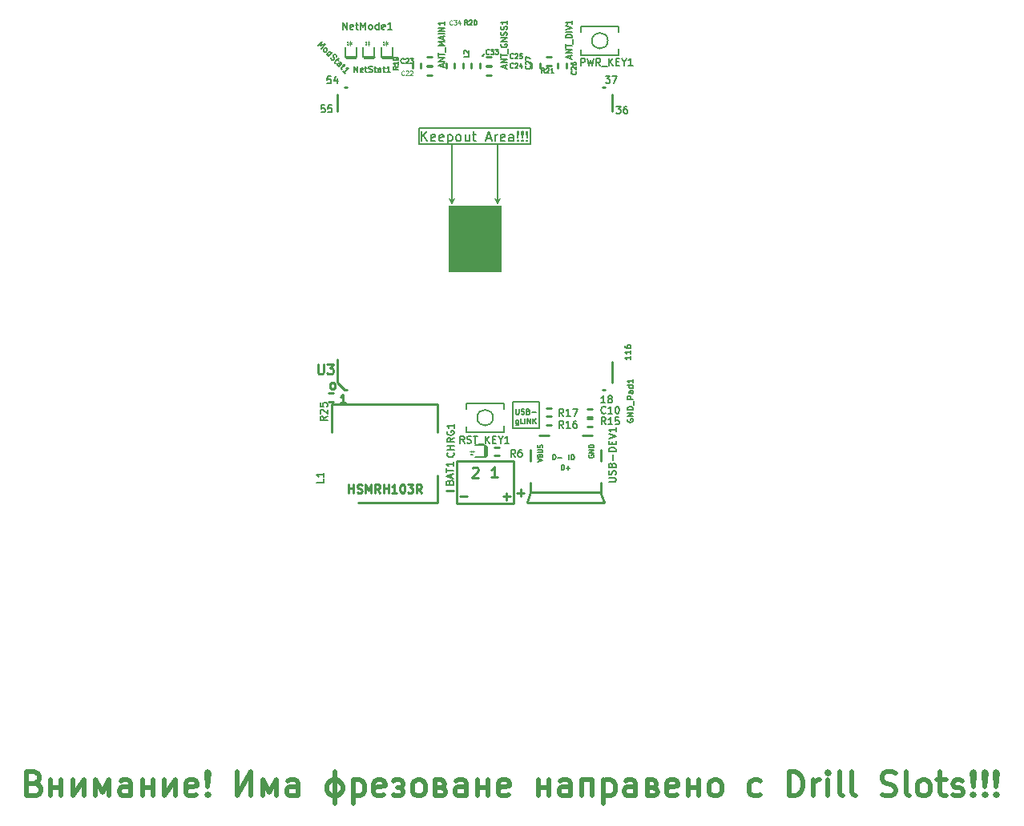
<source format=gbr>
G04 #@! TF.GenerationSoftware,KiCad,Pcbnew,5.1.0-rc2-unknown-036be7d~80~ubuntu16.04.1*
G04 #@! TF.CreationDate,2022-02-25T15:09:56+02:00*
G04 #@! TF.ProjectId,USB-gLINK_Rev_D,5553422d-674c-4494-9e4b-5f5265765f44,D*
G04 #@! TF.SameCoordinates,Original*
G04 #@! TF.FileFunction,Legend,Top*
G04 #@! TF.FilePolarity,Positive*
%FSLAX46Y46*%
G04 Gerber Fmt 4.6, Leading zero omitted, Abs format (unit mm)*
G04 Created by KiCad (PCBNEW 5.1.0-rc2-unknown-036be7d~80~ubuntu16.04.1) date 2022-02-25 15:09:56*
%MOMM*%
%LPD*%
G04 APERTURE LIST*
%ADD10C,0.127000*%
%ADD11C,0.158750*%
%ADD12C,0.203200*%
%ADD13C,0.190500*%
%ADD14C,0.139700*%
%ADD15C,0.254000*%
%ADD16C,0.100000*%
%ADD17C,0.050000*%
%ADD18C,0.222250*%
%ADD19C,0.508000*%
%ADD20C,0.114300*%
G04 APERTURE END LIST*
D10*
X144208500Y-54356000D02*
X144335501Y-54356000D01*
X144208500Y-54229000D02*
X144208500Y-54356000D01*
X144526000Y-54038500D02*
X144208500Y-54356000D01*
D11*
X159926261Y-86084833D02*
X159926261Y-86447690D01*
X159926261Y-86266261D02*
X159291261Y-86266261D01*
X159381976Y-86326738D01*
X159442452Y-86387214D01*
X159472690Y-86447690D01*
X159926261Y-85480071D02*
X159926261Y-85842928D01*
X159926261Y-85661500D02*
X159291261Y-85661500D01*
X159381976Y-85721976D01*
X159442452Y-85782452D01*
X159472690Y-85842928D01*
X159291261Y-84935785D02*
X159291261Y-85056738D01*
X159321500Y-85117214D01*
X159351738Y-85147452D01*
X159442452Y-85207928D01*
X159563404Y-85238166D01*
X159805309Y-85238166D01*
X159865785Y-85207928D01*
X159896023Y-85177690D01*
X159926261Y-85117214D01*
X159926261Y-84996261D01*
X159896023Y-84935785D01*
X159865785Y-84905547D01*
X159805309Y-84875309D01*
X159654119Y-84875309D01*
X159593642Y-84905547D01*
X159563404Y-84935785D01*
X159533166Y-84996261D01*
X159533166Y-85117214D01*
X159563404Y-85177690D01*
X159593642Y-85207928D01*
X159654119Y-85238166D01*
D12*
X150241000Y-90932000D02*
X147447000Y-90932000D01*
X150241000Y-93726000D02*
X150241000Y-90932000D01*
X147447000Y-93726000D02*
X150241000Y-93726000D01*
X147447000Y-90932000D02*
X147447000Y-93726000D01*
D13*
X127580571Y-59526714D02*
X127217714Y-59526714D01*
X127181428Y-59889571D01*
X127217714Y-59853285D01*
X127290285Y-59817000D01*
X127471714Y-59817000D01*
X127544285Y-59853285D01*
X127580571Y-59889571D01*
X127616857Y-59962142D01*
X127616857Y-60143571D01*
X127580571Y-60216142D01*
X127544285Y-60252428D01*
X127471714Y-60288714D01*
X127290285Y-60288714D01*
X127217714Y-60252428D01*
X127181428Y-60216142D01*
X128306285Y-59526714D02*
X127943428Y-59526714D01*
X127907142Y-59889571D01*
X127943428Y-59853285D01*
X128016000Y-59817000D01*
X128197428Y-59817000D01*
X128270000Y-59853285D01*
X128306285Y-59889571D01*
X128342571Y-59962142D01*
X128342571Y-60143571D01*
X128306285Y-60216142D01*
X128270000Y-60252428D01*
X128197428Y-60288714D01*
X128016000Y-60288714D01*
X127943428Y-60252428D01*
X127907142Y-60216142D01*
X128215571Y-56478714D02*
X127852714Y-56478714D01*
X127816428Y-56841571D01*
X127852714Y-56805285D01*
X127925285Y-56769000D01*
X128106714Y-56769000D01*
X128179285Y-56805285D01*
X128215571Y-56841571D01*
X128251857Y-56914142D01*
X128251857Y-57095571D01*
X128215571Y-57168142D01*
X128179285Y-57204428D01*
X128106714Y-57240714D01*
X127925285Y-57240714D01*
X127852714Y-57204428D01*
X127816428Y-57168142D01*
X128905000Y-56732714D02*
X128905000Y-57240714D01*
X128723571Y-56442428D02*
X128542142Y-56986714D01*
X129013857Y-56986714D01*
X157244142Y-56415214D02*
X157715857Y-56415214D01*
X157461857Y-56705500D01*
X157570714Y-56705500D01*
X157643285Y-56741785D01*
X157679571Y-56778071D01*
X157715857Y-56850642D01*
X157715857Y-57032071D01*
X157679571Y-57104642D01*
X157643285Y-57140928D01*
X157570714Y-57177214D01*
X157353000Y-57177214D01*
X157280428Y-57140928D01*
X157244142Y-57104642D01*
X157969857Y-56415214D02*
X158477857Y-56415214D01*
X158151285Y-57177214D01*
X158387142Y-59653714D02*
X158858857Y-59653714D01*
X158604857Y-59944000D01*
X158713714Y-59944000D01*
X158786285Y-59980285D01*
X158822571Y-60016571D01*
X158858857Y-60089142D01*
X158858857Y-60270571D01*
X158822571Y-60343142D01*
X158786285Y-60379428D01*
X158713714Y-60415714D01*
X158496000Y-60415714D01*
X158423428Y-60379428D01*
X158387142Y-60343142D01*
X159512000Y-59653714D02*
X159366857Y-59653714D01*
X159294285Y-59690000D01*
X159258000Y-59726285D01*
X159185428Y-59835142D01*
X159149142Y-59980285D01*
X159149142Y-60270571D01*
X159185428Y-60343142D01*
X159221714Y-60379428D01*
X159294285Y-60415714D01*
X159439428Y-60415714D01*
X159512000Y-60379428D01*
X159548285Y-60343142D01*
X159584571Y-60270571D01*
X159584571Y-60089142D01*
X159548285Y-60016571D01*
X159512000Y-59980285D01*
X159439428Y-59944000D01*
X159294285Y-59944000D01*
X159221714Y-59980285D01*
X159185428Y-60016571D01*
X159149142Y-60089142D01*
D14*
X147792923Y-91661040D02*
X147792923Y-92113402D01*
X147819533Y-92166621D01*
X147846142Y-92193230D01*
X147899361Y-92219840D01*
X148005800Y-92219840D01*
X148059019Y-92193230D01*
X148085628Y-92166621D01*
X148112238Y-92113402D01*
X148112238Y-91661040D01*
X148351723Y-92193230D02*
X148431552Y-92219840D01*
X148564600Y-92219840D01*
X148617819Y-92193230D01*
X148644428Y-92166621D01*
X148671038Y-92113402D01*
X148671038Y-92060183D01*
X148644428Y-92006964D01*
X148617819Y-91980354D01*
X148564600Y-91953745D01*
X148458161Y-91927135D01*
X148404942Y-91900526D01*
X148378333Y-91873916D01*
X148351723Y-91820697D01*
X148351723Y-91767478D01*
X148378333Y-91714259D01*
X148404942Y-91687650D01*
X148458161Y-91661040D01*
X148591209Y-91661040D01*
X148671038Y-91687650D01*
X149096790Y-91927135D02*
X149176619Y-91953745D01*
X149203228Y-91980354D01*
X149229838Y-92033573D01*
X149229838Y-92113402D01*
X149203228Y-92166621D01*
X149176619Y-92193230D01*
X149123400Y-92219840D01*
X148910523Y-92219840D01*
X148910523Y-91661040D01*
X149096790Y-91661040D01*
X149150009Y-91687650D01*
X149176619Y-91714259D01*
X149203228Y-91767478D01*
X149203228Y-91820697D01*
X149176619Y-91873916D01*
X149150009Y-91900526D01*
X149096790Y-91927135D01*
X148910523Y-91927135D01*
X149469323Y-92006964D02*
X149895076Y-92006964D01*
X148032409Y-92825207D02*
X148032409Y-93277569D01*
X148005800Y-93330788D01*
X147979190Y-93357397D01*
X147925971Y-93384007D01*
X147846142Y-93384007D01*
X147792923Y-93357397D01*
X148032409Y-93171130D02*
X147979190Y-93197740D01*
X147872752Y-93197740D01*
X147819533Y-93171130D01*
X147792923Y-93144521D01*
X147766314Y-93091302D01*
X147766314Y-92931645D01*
X147792923Y-92878426D01*
X147819533Y-92851816D01*
X147872752Y-92825207D01*
X147979190Y-92825207D01*
X148032409Y-92851816D01*
X148564600Y-93197740D02*
X148298504Y-93197740D01*
X148298504Y-92638940D01*
X148750866Y-93197740D02*
X148750866Y-92638940D01*
X149016961Y-93197740D02*
X149016961Y-92638940D01*
X149336276Y-93197740D01*
X149336276Y-92638940D01*
X149602371Y-93197740D02*
X149602371Y-92638940D01*
X149921685Y-93197740D02*
X149682200Y-92878426D01*
X149921685Y-92638940D02*
X149602371Y-92958254D01*
D15*
X147885452Y-100529571D02*
X148659547Y-100529571D01*
X148272500Y-100916619D02*
X148272500Y-100142523D01*
X140392452Y-100339071D02*
X141166547Y-100339071D01*
X141852952Y-100910571D02*
X142627047Y-100910571D01*
X146424952Y-100910571D02*
X147199047Y-100910571D01*
X146812000Y-101297619D02*
X146812000Y-100523523D01*
D13*
X157207857Y-91022714D02*
X156772428Y-91022714D01*
X156990142Y-91022714D02*
X156990142Y-90260714D01*
X156917571Y-90369571D01*
X156845000Y-90442142D01*
X156772428Y-90478428D01*
X157643285Y-90587285D02*
X157570714Y-90551000D01*
X157534428Y-90514714D01*
X157498142Y-90442142D01*
X157498142Y-90405857D01*
X157534428Y-90333285D01*
X157570714Y-90297000D01*
X157643285Y-90260714D01*
X157788428Y-90260714D01*
X157861000Y-90297000D01*
X157897285Y-90333285D01*
X157933571Y-90405857D01*
X157933571Y-90442142D01*
X157897285Y-90514714D01*
X157861000Y-90551000D01*
X157788428Y-90587285D01*
X157643285Y-90587285D01*
X157570714Y-90623571D01*
X157534428Y-90659857D01*
X157498142Y-90732428D01*
X157498142Y-90877571D01*
X157534428Y-90950142D01*
X157570714Y-90986428D01*
X157643285Y-91022714D01*
X157788428Y-91022714D01*
X157861000Y-90986428D01*
X157897285Y-90950142D01*
X157933571Y-90877571D01*
X157933571Y-90732428D01*
X157897285Y-90659857D01*
X157861000Y-90623571D01*
X157788428Y-90587285D01*
D15*
X139505000Y-101593000D02*
X139505000Y-98693000D01*
X139505000Y-91193000D02*
X139505000Y-94093000D01*
X128305000Y-91193000D02*
X128305000Y-94093000D01*
X139505000Y-101593000D02*
X131111000Y-101593000D01*
X128305000Y-91193000D02*
X139505000Y-91193000D01*
D10*
X157494239Y-52705000D02*
G75*
G03X157494239Y-52705000I-839738J0D01*
G01*
X158654501Y-51766000D02*
X158654501Y-51207200D01*
X158654501Y-54202800D02*
X158654501Y-53593200D01*
X154654501Y-51766000D02*
X154654501Y-51207200D01*
X154654501Y-54202000D02*
X154654501Y-53643200D01*
X158654501Y-51205000D02*
X154654501Y-51205000D01*
X158654501Y-54205000D02*
X154654501Y-54205000D01*
X145365738Y-92583000D02*
G75*
G03X145365738Y-92583000I-839738J0D01*
G01*
X146526000Y-91644000D02*
X146526000Y-91085200D01*
X146526000Y-94080800D02*
X146526000Y-93471200D01*
X142526000Y-91644000D02*
X142526000Y-91085200D01*
X142526000Y-94080000D02*
X142526000Y-93521200D01*
X146526000Y-91083000D02*
X142526000Y-91083000D01*
X146526000Y-94083000D02*
X142526000Y-94083000D01*
D15*
X148971000Y-101473000D02*
X149352000Y-100457000D01*
X157099000Y-101473000D02*
X156718000Y-100457000D01*
X156735000Y-95944000D02*
X156735000Y-97144000D01*
X149335000Y-100444000D02*
X149335000Y-99444000D01*
X157099000Y-101544000D02*
X148971000Y-101544000D01*
X156735000Y-99444000D02*
X156735000Y-100444000D01*
X155835000Y-94444000D02*
X154835000Y-94444000D01*
X151235000Y-94444000D02*
X150235000Y-94444000D01*
X149335000Y-95944000D02*
X149335000Y-97144000D01*
X156735000Y-100444000D02*
X149335000Y-100444000D01*
X140398500Y-55372000D02*
X140398500Y-55118000D01*
X140398500Y-55372000D02*
X140398500Y-55626000D01*
X141287500Y-55372000D02*
X141287500Y-55626000D01*
X141287500Y-55372000D02*
X141287500Y-55118000D01*
X142176500Y-55372000D02*
X142176500Y-55626000D01*
X142176500Y-55372000D02*
X142176500Y-55118000D01*
X141287500Y-55372000D02*
X141287500Y-55118000D01*
X141287500Y-55372000D02*
X141287500Y-55626000D01*
X143065500Y-55372000D02*
X143065500Y-55626000D01*
X143065500Y-55372000D02*
X143065500Y-55118000D01*
X142176500Y-55372000D02*
X142176500Y-55118000D01*
X142176500Y-55372000D02*
X142176500Y-55626000D01*
D12*
X149346500Y-63660000D02*
X149346500Y-61960000D01*
X149346500Y-61960000D02*
X137546500Y-61960000D01*
X137546500Y-63660000D02*
X137546500Y-61960000D01*
X149346500Y-63660000D02*
X137546500Y-63660000D01*
X145846500Y-69910000D02*
X145596500Y-69410000D01*
X145846500Y-69910000D02*
X146096500Y-69410000D01*
X145846500Y-63660000D02*
X145846500Y-69910000D01*
X141046500Y-69910000D02*
X141296500Y-69410000D01*
X141046500Y-69910000D02*
X140796500Y-69410000D01*
X141046500Y-63660000D02*
X141046500Y-69910000D01*
D16*
G36*
X140646500Y-77160000D02*
G01*
X140646500Y-70160000D01*
X146246500Y-70160000D01*
X146246500Y-77160000D01*
X140646500Y-77160000D01*
G37*
D15*
X129696500Y-89660000D02*
X128946500Y-88910000D01*
X128946500Y-58410000D02*
X128946500Y-60160000D01*
X129696500Y-89660000D02*
X129946500Y-89660000D01*
X129696500Y-57660000D02*
X129946500Y-57660000D01*
X157946500Y-88910000D02*
X157946500Y-86660000D01*
X157196500Y-89660000D02*
X156946500Y-89660000D01*
X157946500Y-58410000D02*
X157946500Y-60160000D01*
X157196500Y-57660000D02*
X156946500Y-57660000D01*
X128946500Y-86410000D02*
X128946500Y-88910000D01*
D10*
X129717800Y-54370899D02*
X129717800Y-53354899D01*
X130937000Y-53354899D02*
X130937000Y-54370899D01*
D16*
X130302000Y-52713899D02*
X130302000Y-53233899D01*
X130412000Y-52883899D02*
X130192000Y-52883899D01*
X130412000Y-52883899D02*
X130312000Y-52993899D01*
X130192000Y-52883899D02*
X130292000Y-52983899D01*
X130412000Y-53073899D02*
X130192000Y-53073899D01*
D17*
X130056400Y-53151699D02*
X129946400Y-53021699D01*
X129947400Y-53020099D02*
X129957400Y-53100099D01*
X129947400Y-53020099D02*
X130027400Y-53020099D01*
X129947400Y-52804699D02*
X130027400Y-52804699D01*
X129947400Y-52804699D02*
X129957400Y-52884699D01*
X130077400Y-52944699D02*
X129967400Y-52814699D01*
D15*
X130873500Y-54383599D02*
X130746500Y-54535999D01*
X129781300Y-54383599D02*
X129908300Y-54523299D01*
X130746500Y-54535999D02*
X129921000Y-54535999D01*
X129819400Y-54370899D02*
X130860800Y-54370899D01*
X147543520Y-101645720D02*
X147543520Y-97152460D01*
X141508480Y-101645720D02*
X147543520Y-101645720D01*
X141508480Y-97129600D02*
X141508480Y-101645720D01*
X147556220Y-97129600D02*
X141508480Y-97129600D01*
X155575000Y-91630500D02*
X155829000Y-91630500D01*
X155575000Y-91630500D02*
X155321000Y-91630500D01*
X155575000Y-92519500D02*
X155321000Y-92519500D01*
X155575000Y-92519500D02*
X155829000Y-92519500D01*
X138684000Y-55435500D02*
X138938000Y-55435500D01*
X138684000Y-55435500D02*
X138430000Y-55435500D01*
X138684000Y-56324500D02*
X138430000Y-56324500D01*
X138684000Y-56324500D02*
X138938000Y-56324500D01*
X138684000Y-54419500D02*
X138938000Y-54419500D01*
X138684000Y-54419500D02*
X138430000Y-54419500D01*
X138684000Y-55308500D02*
X138430000Y-55308500D01*
X138684000Y-55308500D02*
X138938000Y-55308500D01*
X144907000Y-55435500D02*
X145161000Y-55435500D01*
X144907000Y-55435500D02*
X144653000Y-55435500D01*
X144907000Y-56324500D02*
X144653000Y-56324500D01*
X144907000Y-56324500D02*
X145161000Y-56324500D01*
X144907000Y-55308500D02*
X145161000Y-55308500D01*
X144907000Y-55308500D02*
X144653000Y-55308500D01*
X144907000Y-54419500D02*
X144653000Y-54419500D01*
X144907000Y-54419500D02*
X145161000Y-54419500D01*
D10*
X144526000Y-96723200D02*
X143510000Y-96723200D01*
X143510000Y-95504000D02*
X144526000Y-95504000D01*
D16*
X142869000Y-96139000D02*
X143389000Y-96139000D01*
X143039000Y-96029000D02*
X143039000Y-96249000D01*
X143039000Y-96029000D02*
X143149000Y-96129000D01*
X143039000Y-96249000D02*
X143139000Y-96149000D01*
X143229000Y-96029000D02*
X143229000Y-96249000D01*
D17*
X143306800Y-96384600D02*
X143176800Y-96494600D01*
X143175200Y-96493600D02*
X143255200Y-96483600D01*
X143175200Y-96493600D02*
X143175200Y-96413600D01*
X142959800Y-96493600D02*
X142959800Y-96413600D01*
X142959800Y-96493600D02*
X143039800Y-96483600D01*
X143099800Y-96363600D02*
X142969800Y-96473600D01*
D15*
X144538700Y-95567500D02*
X144691100Y-95694500D01*
X144538700Y-96659700D02*
X144678400Y-96532700D01*
X144691100Y-95694500D02*
X144691100Y-96520000D01*
X144526000Y-96621600D02*
X144526000Y-95580200D01*
X145796000Y-96583500D02*
X145542000Y-96583500D01*
X145796000Y-96583500D02*
X146050000Y-96583500D01*
X145796000Y-95694500D02*
X146050000Y-95694500D01*
X145796000Y-95694500D02*
X145542000Y-95694500D01*
X155575000Y-92646500D02*
X155829000Y-92646500D01*
X155575000Y-92646500D02*
X155321000Y-92646500D01*
X155575000Y-93535500D02*
X155321000Y-93535500D01*
X155575000Y-93535500D02*
X155829000Y-93535500D01*
X151257000Y-93333000D02*
X151003000Y-93333000D01*
X151257000Y-93333000D02*
X151511000Y-93333000D01*
X151257000Y-92444000D02*
X151511000Y-92444000D01*
X151257000Y-92444000D02*
X151003000Y-92444000D01*
X151257000Y-92456000D02*
X151003000Y-92456000D01*
X151257000Y-92456000D02*
X151511000Y-92456000D01*
X151257000Y-91567000D02*
X151511000Y-91567000D01*
X151257000Y-91567000D02*
X151003000Y-91567000D01*
X136842500Y-55372000D02*
X136842500Y-55118000D01*
X136842500Y-55372000D02*
X136842500Y-55626000D01*
X137731500Y-55372000D02*
X137731500Y-55626000D01*
X137731500Y-55372000D02*
X137731500Y-55118000D01*
X131724400Y-54370899D02*
X132765800Y-54370899D01*
X132651500Y-54535999D02*
X131826000Y-54535999D01*
X131686300Y-54383599D02*
X131813300Y-54523299D01*
X132778500Y-54383599D02*
X132651500Y-54535999D01*
D17*
X131982400Y-52944699D02*
X131872400Y-52814699D01*
X131852400Y-52804699D02*
X131862400Y-52884699D01*
X131852400Y-52804699D02*
X131932400Y-52804699D01*
X131852400Y-53020099D02*
X131932400Y-53020099D01*
X131852400Y-53020099D02*
X131862400Y-53100099D01*
X131961400Y-53151699D02*
X131851400Y-53021699D01*
D16*
X132317000Y-53073899D02*
X132097000Y-53073899D01*
X132097000Y-52883899D02*
X132197000Y-52983899D01*
X132317000Y-52883899D02*
X132217000Y-52993899D01*
X132317000Y-52883899D02*
X132097000Y-52883899D01*
X132207000Y-52713899D02*
X132207000Y-53233899D01*
D10*
X132842000Y-53354899D02*
X132842000Y-54370899D01*
X131622800Y-54370899D02*
X131622800Y-53354899D01*
D15*
X133629400Y-54370899D02*
X134670800Y-54370899D01*
X134556500Y-54535999D02*
X133731000Y-54535999D01*
X133591300Y-54383599D02*
X133718300Y-54523299D01*
X134683500Y-54383599D02*
X134556500Y-54535999D01*
D17*
X133887400Y-52944699D02*
X133777400Y-52814699D01*
X133757400Y-52804699D02*
X133767400Y-52884699D01*
X133757400Y-52804699D02*
X133837400Y-52804699D01*
X133757400Y-53020099D02*
X133837400Y-53020099D01*
X133757400Y-53020099D02*
X133767400Y-53100099D01*
X133866400Y-53151699D02*
X133756400Y-53021699D01*
D16*
X134222000Y-53073899D02*
X134002000Y-53073899D01*
X134002000Y-52883899D02*
X134102000Y-52983899D01*
X134222000Y-52883899D02*
X134122000Y-52993899D01*
X134222000Y-52883899D02*
X134002000Y-52883899D01*
X134112000Y-52713899D02*
X134112000Y-53233899D01*
D10*
X134747000Y-53354899D02*
X134747000Y-54370899D01*
X133527800Y-54370899D02*
X133527800Y-53354899D01*
D15*
X153098500Y-55372000D02*
X153098500Y-55626000D01*
X153098500Y-55372000D02*
X153098500Y-55118000D01*
X152209500Y-55372000D02*
X152209500Y-55118000D01*
X152209500Y-55372000D02*
X152209500Y-55626000D01*
X149415500Y-55372000D02*
X149415500Y-55626000D01*
X149415500Y-55372000D02*
X149415500Y-55118000D01*
X150304500Y-55372000D02*
X150304500Y-55118000D01*
X150304500Y-55372000D02*
X150304500Y-55626000D01*
X151257000Y-54419500D02*
X151003000Y-54419500D01*
X151257000Y-54419500D02*
X151511000Y-54419500D01*
X151257000Y-55308500D02*
X151511000Y-55308500D01*
X151257000Y-55308500D02*
X151003000Y-55308500D01*
X143065500Y-55372000D02*
X143065500Y-55626000D01*
X143065500Y-55372000D02*
X143065500Y-55118000D01*
X143954500Y-55372000D02*
X143954500Y-55118000D01*
X143954500Y-55372000D02*
X143954500Y-55626000D01*
X128270000Y-89979500D02*
X128016000Y-89979500D01*
X128270000Y-89979500D02*
X128524000Y-89979500D01*
X128270000Y-90868500D02*
X128524000Y-90868500D01*
X128270000Y-90868500D02*
X128016000Y-90868500D01*
D13*
X127471714Y-99060000D02*
X127471714Y-99422857D01*
X126709714Y-99422857D01*
X127471714Y-98406857D02*
X127471714Y-98842285D01*
X127471714Y-98624571D02*
X126709714Y-98624571D01*
X126818571Y-98697142D01*
X126891142Y-98769714D01*
X126927428Y-98842285D01*
D18*
X130111500Y-100541666D02*
X130111500Y-99652666D01*
X130111500Y-100076000D02*
X130619500Y-100076000D01*
X130619500Y-100541666D02*
X130619500Y-99652666D01*
X131000500Y-100499333D02*
X131127500Y-100541666D01*
X131339166Y-100541666D01*
X131423833Y-100499333D01*
X131466166Y-100457000D01*
X131508500Y-100372333D01*
X131508500Y-100287666D01*
X131466166Y-100203000D01*
X131423833Y-100160666D01*
X131339166Y-100118333D01*
X131169833Y-100076000D01*
X131085166Y-100033666D01*
X131042833Y-99991333D01*
X131000500Y-99906666D01*
X131000500Y-99822000D01*
X131042833Y-99737333D01*
X131085166Y-99695000D01*
X131169833Y-99652666D01*
X131381500Y-99652666D01*
X131508500Y-99695000D01*
X131889500Y-100541666D02*
X131889500Y-99652666D01*
X132185833Y-100287666D01*
X132482166Y-99652666D01*
X132482166Y-100541666D01*
X133413500Y-100541666D02*
X133117166Y-100118333D01*
X132905500Y-100541666D02*
X132905500Y-99652666D01*
X133244166Y-99652666D01*
X133328833Y-99695000D01*
X133371166Y-99737333D01*
X133413500Y-99822000D01*
X133413500Y-99949000D01*
X133371166Y-100033666D01*
X133328833Y-100076000D01*
X133244166Y-100118333D01*
X132905500Y-100118333D01*
X133794500Y-100541666D02*
X133794500Y-99652666D01*
X133794500Y-100076000D02*
X134302500Y-100076000D01*
X134302500Y-100541666D02*
X134302500Y-99652666D01*
X135191500Y-100541666D02*
X134683500Y-100541666D01*
X134937500Y-100541666D02*
X134937500Y-99652666D01*
X134852833Y-99779666D01*
X134768166Y-99864333D01*
X134683500Y-99906666D01*
X135741833Y-99652666D02*
X135826500Y-99652666D01*
X135911166Y-99695000D01*
X135953500Y-99737333D01*
X135995833Y-99822000D01*
X136038166Y-99991333D01*
X136038166Y-100203000D01*
X135995833Y-100372333D01*
X135953500Y-100457000D01*
X135911166Y-100499333D01*
X135826500Y-100541666D01*
X135741833Y-100541666D01*
X135657166Y-100499333D01*
X135614833Y-100457000D01*
X135572500Y-100372333D01*
X135530166Y-100203000D01*
X135530166Y-99991333D01*
X135572500Y-99822000D01*
X135614833Y-99737333D01*
X135657166Y-99695000D01*
X135741833Y-99652666D01*
X136334500Y-99652666D02*
X136884833Y-99652666D01*
X136588500Y-99991333D01*
X136715500Y-99991333D01*
X136800166Y-100033666D01*
X136842500Y-100076000D01*
X136884833Y-100160666D01*
X136884833Y-100372333D01*
X136842500Y-100457000D01*
X136800166Y-100499333D01*
X136715500Y-100541666D01*
X136461500Y-100541666D01*
X136376833Y-100499333D01*
X136334500Y-100457000D01*
X137773833Y-100541666D02*
X137477500Y-100118333D01*
X137265833Y-100541666D02*
X137265833Y-99652666D01*
X137604500Y-99652666D01*
X137689166Y-99695000D01*
X137731500Y-99737333D01*
X137773833Y-99822000D01*
X137773833Y-99949000D01*
X137731500Y-100033666D01*
X137689166Y-100076000D01*
X137604500Y-100118333D01*
X137265833Y-100118333D01*
D13*
X154631571Y-55335714D02*
X154631571Y-54573714D01*
X154921857Y-54573714D01*
X154994428Y-54610000D01*
X155030714Y-54646285D01*
X155067000Y-54718857D01*
X155067000Y-54827714D01*
X155030714Y-54900285D01*
X154994428Y-54936571D01*
X154921857Y-54972857D01*
X154631571Y-54972857D01*
X155321000Y-54573714D02*
X155502428Y-55335714D01*
X155647571Y-54791428D01*
X155792714Y-55335714D01*
X155974142Y-54573714D01*
X156699857Y-55335714D02*
X156445857Y-54972857D01*
X156264428Y-55335714D02*
X156264428Y-54573714D01*
X156554714Y-54573714D01*
X156627285Y-54610000D01*
X156663571Y-54646285D01*
X156699857Y-54718857D01*
X156699857Y-54827714D01*
X156663571Y-54900285D01*
X156627285Y-54936571D01*
X156554714Y-54972857D01*
X156264428Y-54972857D01*
X156845000Y-55408285D02*
X157425571Y-55408285D01*
X157607000Y-55335714D02*
X157607000Y-54573714D01*
X158042428Y-55335714D02*
X157715857Y-54900285D01*
X158042428Y-54573714D02*
X157607000Y-55009142D01*
X158369000Y-54936571D02*
X158623000Y-54936571D01*
X158731857Y-55335714D02*
X158369000Y-55335714D01*
X158369000Y-54573714D01*
X158731857Y-54573714D01*
X159203571Y-54972857D02*
X159203571Y-55335714D01*
X158949571Y-54573714D02*
X159203571Y-54972857D01*
X159457571Y-54573714D01*
X160110714Y-55335714D02*
X159675285Y-55335714D01*
X159893000Y-55335714D02*
X159893000Y-54573714D01*
X159820428Y-54682571D01*
X159747857Y-54755142D01*
X159675285Y-54791428D01*
X142339785Y-95277214D02*
X142085785Y-94914357D01*
X141904357Y-95277214D02*
X141904357Y-94515214D01*
X142194642Y-94515214D01*
X142267214Y-94551500D01*
X142303500Y-94587785D01*
X142339785Y-94660357D01*
X142339785Y-94769214D01*
X142303500Y-94841785D01*
X142267214Y-94878071D01*
X142194642Y-94914357D01*
X141904357Y-94914357D01*
X142630071Y-95240928D02*
X142738928Y-95277214D01*
X142920357Y-95277214D01*
X142992928Y-95240928D01*
X143029214Y-95204642D01*
X143065500Y-95132071D01*
X143065500Y-95059500D01*
X143029214Y-94986928D01*
X142992928Y-94950642D01*
X142920357Y-94914357D01*
X142775214Y-94878071D01*
X142702642Y-94841785D01*
X142666357Y-94805500D01*
X142630071Y-94732928D01*
X142630071Y-94660357D01*
X142666357Y-94587785D01*
X142702642Y-94551500D01*
X142775214Y-94515214D01*
X142956642Y-94515214D01*
X143065500Y-94551500D01*
X143283214Y-94515214D02*
X143718642Y-94515214D01*
X143500928Y-95277214D02*
X143500928Y-94515214D01*
X143791214Y-95349785D02*
X144371785Y-95349785D01*
X144553214Y-95277214D02*
X144553214Y-94515214D01*
X144988642Y-95277214D02*
X144662071Y-94841785D01*
X144988642Y-94515214D02*
X144553214Y-94950642D01*
X145315214Y-94878071D02*
X145569214Y-94878071D01*
X145678071Y-95277214D02*
X145315214Y-95277214D01*
X145315214Y-94515214D01*
X145678071Y-94515214D01*
X146149785Y-94914357D02*
X146149785Y-95277214D01*
X145895785Y-94515214D02*
X146149785Y-94914357D01*
X146403785Y-94515214D01*
X147056928Y-95277214D02*
X146621500Y-95277214D01*
X146839214Y-95277214D02*
X146839214Y-94515214D01*
X146766642Y-94624071D01*
X146694071Y-94696642D01*
X146621500Y-94732928D01*
X157570714Y-99368428D02*
X158187571Y-99368428D01*
X158260142Y-99332142D01*
X158296428Y-99295857D01*
X158332714Y-99223285D01*
X158332714Y-99078142D01*
X158296428Y-99005571D01*
X158260142Y-98969285D01*
X158187571Y-98933000D01*
X157570714Y-98933000D01*
X158296428Y-98606428D02*
X158332714Y-98497571D01*
X158332714Y-98316142D01*
X158296428Y-98243571D01*
X158260142Y-98207285D01*
X158187571Y-98171000D01*
X158115000Y-98171000D01*
X158042428Y-98207285D01*
X158006142Y-98243571D01*
X157969857Y-98316142D01*
X157933571Y-98461285D01*
X157897285Y-98533857D01*
X157861000Y-98570142D01*
X157788428Y-98606428D01*
X157715857Y-98606428D01*
X157643285Y-98570142D01*
X157607000Y-98533857D01*
X157570714Y-98461285D01*
X157570714Y-98279857D01*
X157607000Y-98171000D01*
X157933571Y-97590428D02*
X157969857Y-97481571D01*
X158006142Y-97445285D01*
X158078714Y-97409000D01*
X158187571Y-97409000D01*
X158260142Y-97445285D01*
X158296428Y-97481571D01*
X158332714Y-97554142D01*
X158332714Y-97844428D01*
X157570714Y-97844428D01*
X157570714Y-97590428D01*
X157607000Y-97517857D01*
X157643285Y-97481571D01*
X157715857Y-97445285D01*
X157788428Y-97445285D01*
X157861000Y-97481571D01*
X157897285Y-97517857D01*
X157933571Y-97590428D01*
X157933571Y-97844428D01*
X158042428Y-97082428D02*
X158042428Y-96501857D01*
X158332714Y-96139000D02*
X157570714Y-96139000D01*
X157570714Y-95957571D01*
X157607000Y-95848714D01*
X157679571Y-95776142D01*
X157752142Y-95739857D01*
X157897285Y-95703571D01*
X158006142Y-95703571D01*
X158151285Y-95739857D01*
X158223857Y-95776142D01*
X158296428Y-95848714D01*
X158332714Y-95957571D01*
X158332714Y-96139000D01*
X157933571Y-95377000D02*
X157933571Y-95123000D01*
X158332714Y-95014142D02*
X158332714Y-95377000D01*
X157570714Y-95377000D01*
X157570714Y-95014142D01*
X157570714Y-94796428D02*
X158332714Y-94542428D01*
X157570714Y-94288428D01*
X158332714Y-93635285D02*
X158332714Y-94070714D01*
X158332714Y-93853000D02*
X157570714Y-93853000D01*
X157679571Y-93925571D01*
X157752142Y-93998142D01*
X157788428Y-94070714D01*
D10*
X150089809Y-97260833D02*
X150597809Y-97091500D01*
X150089809Y-96922166D01*
X150331714Y-96583500D02*
X150355904Y-96510928D01*
X150380095Y-96486738D01*
X150428476Y-96462547D01*
X150501047Y-96462547D01*
X150549428Y-96486738D01*
X150573619Y-96510928D01*
X150597809Y-96559309D01*
X150597809Y-96752833D01*
X150089809Y-96752833D01*
X150089809Y-96583500D01*
X150114000Y-96535119D01*
X150138190Y-96510928D01*
X150186571Y-96486738D01*
X150234952Y-96486738D01*
X150283333Y-96510928D01*
X150307523Y-96535119D01*
X150331714Y-96583500D01*
X150331714Y-96752833D01*
X150089809Y-96244833D02*
X150501047Y-96244833D01*
X150549428Y-96220642D01*
X150573619Y-96196452D01*
X150597809Y-96148071D01*
X150597809Y-96051309D01*
X150573619Y-96002928D01*
X150549428Y-95978738D01*
X150501047Y-95954547D01*
X150089809Y-95954547D01*
X150573619Y-95736833D02*
X150597809Y-95664261D01*
X150597809Y-95543309D01*
X150573619Y-95494928D01*
X150549428Y-95470738D01*
X150501047Y-95446547D01*
X150452666Y-95446547D01*
X150404285Y-95470738D01*
X150380095Y-95494928D01*
X150355904Y-95543309D01*
X150331714Y-95640071D01*
X150307523Y-95688452D01*
X150283333Y-95712642D01*
X150234952Y-95736833D01*
X150186571Y-95736833D01*
X150138190Y-95712642D01*
X150114000Y-95688452D01*
X150089809Y-95640071D01*
X150089809Y-95519119D01*
X150114000Y-95446547D01*
X151698476Y-97003809D02*
X151698476Y-96495809D01*
X151819428Y-96495809D01*
X151892000Y-96520000D01*
X151940380Y-96568380D01*
X151964571Y-96616761D01*
X151988761Y-96713523D01*
X151988761Y-96786095D01*
X151964571Y-96882857D01*
X151940380Y-96931238D01*
X151892000Y-96979619D01*
X151819428Y-97003809D01*
X151698476Y-97003809D01*
X152206476Y-96810285D02*
X152593523Y-96810285D01*
X152587476Y-98083309D02*
X152587476Y-97575309D01*
X152708428Y-97575309D01*
X152781000Y-97599500D01*
X152829380Y-97647880D01*
X152853571Y-97696261D01*
X152877761Y-97793023D01*
X152877761Y-97865595D01*
X152853571Y-97962357D01*
X152829380Y-98010738D01*
X152781000Y-98059119D01*
X152708428Y-98083309D01*
X152587476Y-98083309D01*
X153095476Y-97889785D02*
X153482523Y-97889785D01*
X153289000Y-98083309D02*
X153289000Y-97696261D01*
X153416000Y-97023809D02*
X153416000Y-96515809D01*
X153657904Y-97023809D02*
X153657904Y-96515809D01*
X153778857Y-96515809D01*
X153851428Y-96540000D01*
X153899809Y-96588380D01*
X153924000Y-96636761D01*
X153948190Y-96733523D01*
X153948190Y-96806095D01*
X153924000Y-96902857D01*
X153899809Y-96951238D01*
X153851428Y-96999619D01*
X153778857Y-97023809D01*
X153657904Y-97023809D01*
X155511500Y-96526047D02*
X155487309Y-96574428D01*
X155487309Y-96647000D01*
X155511500Y-96719571D01*
X155559880Y-96767952D01*
X155608261Y-96792142D01*
X155705023Y-96816333D01*
X155777595Y-96816333D01*
X155874357Y-96792142D01*
X155922738Y-96767952D01*
X155971119Y-96719571D01*
X155995309Y-96647000D01*
X155995309Y-96598619D01*
X155971119Y-96526047D01*
X155946928Y-96501857D01*
X155777595Y-96501857D01*
X155777595Y-96598619D01*
X155995309Y-96284142D02*
X155487309Y-96284142D01*
X155995309Y-95993857D01*
X155487309Y-95993857D01*
X155995309Y-95751952D02*
X155487309Y-95751952D01*
X155487309Y-95631000D01*
X155511500Y-95558428D01*
X155559880Y-95510047D01*
X155608261Y-95485857D01*
X155705023Y-95461666D01*
X155777595Y-95461666D01*
X155874357Y-95485857D01*
X155922738Y-95510047D01*
X155971119Y-95558428D01*
X155995309Y-95631000D01*
X155995309Y-95751952D01*
D19*
X96943333Y-131263571D02*
X97306190Y-131384523D01*
X97427142Y-131505476D01*
X97548095Y-131747380D01*
X97548095Y-132110238D01*
X97427142Y-132352142D01*
X97306190Y-132473095D01*
X97064285Y-132594047D01*
X96096666Y-132594047D01*
X96096666Y-130054047D01*
X96943333Y-130054047D01*
X97185238Y-130175000D01*
X97306190Y-130295952D01*
X97427142Y-130537857D01*
X97427142Y-130779761D01*
X97306190Y-131021666D01*
X97185238Y-131142619D01*
X96943333Y-131263571D01*
X96096666Y-131263571D01*
X98636666Y-131747380D02*
X99725238Y-131747380D01*
X98636666Y-130900714D02*
X98636666Y-132594047D01*
X99725238Y-130900714D02*
X99725238Y-132594047D01*
X100934761Y-130900714D02*
X100934761Y-132594047D01*
X102144285Y-130900714D01*
X102144285Y-132594047D01*
X103353809Y-132594047D02*
X103353809Y-130900714D01*
X104079523Y-132231190D01*
X104805238Y-130900714D01*
X104805238Y-132594047D01*
X107103333Y-132594047D02*
X107103333Y-131263571D01*
X106982380Y-131021666D01*
X106740476Y-130900714D01*
X106256666Y-130900714D01*
X106014761Y-131021666D01*
X107103333Y-132473095D02*
X106861428Y-132594047D01*
X106256666Y-132594047D01*
X106014761Y-132473095D01*
X105893809Y-132231190D01*
X105893809Y-131989285D01*
X106014761Y-131747380D01*
X106256666Y-131626428D01*
X106861428Y-131626428D01*
X107103333Y-131505476D01*
X108312857Y-131747380D02*
X109401428Y-131747380D01*
X108312857Y-130900714D02*
X108312857Y-132594047D01*
X109401428Y-130900714D02*
X109401428Y-132594047D01*
X110610952Y-130900714D02*
X110610952Y-132594047D01*
X111820476Y-130900714D01*
X111820476Y-132594047D01*
X113997619Y-132473095D02*
X113755714Y-132594047D01*
X113271904Y-132594047D01*
X113030000Y-132473095D01*
X112909047Y-132231190D01*
X112909047Y-131263571D01*
X113030000Y-131021666D01*
X113271904Y-130900714D01*
X113755714Y-130900714D01*
X113997619Y-131021666D01*
X114118571Y-131263571D01*
X114118571Y-131505476D01*
X112909047Y-131747380D01*
X115207142Y-132352142D02*
X115328095Y-132473095D01*
X115207142Y-132594047D01*
X115086190Y-132473095D01*
X115207142Y-132352142D01*
X115207142Y-132594047D01*
X115207142Y-131626428D02*
X115086190Y-130175000D01*
X115207142Y-130054047D01*
X115328095Y-130175000D01*
X115207142Y-131626428D01*
X115207142Y-130054047D01*
X118351904Y-130054047D02*
X118351904Y-132594047D01*
X119803333Y-130054047D01*
X119803333Y-132594047D01*
X121012857Y-132594047D02*
X121012857Y-130900714D01*
X121738571Y-132231190D01*
X122464285Y-130900714D01*
X122464285Y-132594047D01*
X124762380Y-132594047D02*
X124762380Y-131263571D01*
X124641428Y-131021666D01*
X124399523Y-130900714D01*
X123915714Y-130900714D01*
X123673809Y-131021666D01*
X124762380Y-132473095D02*
X124520476Y-132594047D01*
X123915714Y-132594047D01*
X123673809Y-132473095D01*
X123552857Y-132231190D01*
X123552857Y-131989285D01*
X123673809Y-131747380D01*
X123915714Y-131626428D01*
X124520476Y-131626428D01*
X124762380Y-131505476D01*
X128632857Y-130054047D02*
X128632857Y-133440714D01*
X128390952Y-130900714D02*
X128874761Y-130900714D01*
X129116666Y-131021666D01*
X129358571Y-131263571D01*
X129479523Y-131505476D01*
X129479523Y-131989285D01*
X129358571Y-132231190D01*
X129116666Y-132473095D01*
X128874761Y-132594047D01*
X128390952Y-132594047D01*
X128149047Y-132473095D01*
X127907142Y-132231190D01*
X127786190Y-131989285D01*
X127786190Y-131505476D01*
X127907142Y-131263571D01*
X128149047Y-131021666D01*
X128390952Y-130900714D01*
X130568095Y-130900714D02*
X130568095Y-133440714D01*
X130568095Y-131021666D02*
X130810000Y-130900714D01*
X131293809Y-130900714D01*
X131535714Y-131021666D01*
X131656666Y-131142619D01*
X131777619Y-131384523D01*
X131777619Y-132110238D01*
X131656666Y-132352142D01*
X131535714Y-132473095D01*
X131293809Y-132594047D01*
X130810000Y-132594047D01*
X130568095Y-132473095D01*
X133833809Y-132473095D02*
X133591904Y-132594047D01*
X133108095Y-132594047D01*
X132866190Y-132473095D01*
X132745238Y-132231190D01*
X132745238Y-131263571D01*
X132866190Y-131021666D01*
X133108095Y-130900714D01*
X133591904Y-130900714D01*
X133833809Y-131021666D01*
X133954761Y-131263571D01*
X133954761Y-131505476D01*
X132745238Y-131747380D01*
X135285238Y-131747380D02*
X135527142Y-131747380D01*
X134801428Y-131021666D02*
X135043333Y-130900714D01*
X135527142Y-130900714D01*
X135769047Y-131021666D01*
X135890000Y-131263571D01*
X135890000Y-131384523D01*
X135769047Y-131626428D01*
X135527142Y-131747380D01*
X135769047Y-131868333D01*
X135890000Y-132110238D01*
X135890000Y-132231190D01*
X135769047Y-132473095D01*
X135527142Y-132594047D01*
X135043333Y-132594047D01*
X134801428Y-132473095D01*
X137341428Y-132594047D02*
X137099523Y-132473095D01*
X136978571Y-132352142D01*
X136857619Y-132110238D01*
X136857619Y-131384523D01*
X136978571Y-131142619D01*
X137099523Y-131021666D01*
X137341428Y-130900714D01*
X137704285Y-130900714D01*
X137946190Y-131021666D01*
X138067142Y-131142619D01*
X138188095Y-131384523D01*
X138188095Y-132110238D01*
X138067142Y-132352142D01*
X137946190Y-132473095D01*
X137704285Y-132594047D01*
X137341428Y-132594047D01*
X139881428Y-131747380D02*
X140244285Y-131868333D01*
X140365238Y-132110238D01*
X140365238Y-132231190D01*
X140244285Y-132473095D01*
X140002380Y-132594047D01*
X139276666Y-132594047D01*
X139276666Y-130900714D01*
X139881428Y-130900714D01*
X140123333Y-131021666D01*
X140244285Y-131263571D01*
X140244285Y-131384523D01*
X140123333Y-131626428D01*
X139881428Y-131747380D01*
X139276666Y-131747380D01*
X142542380Y-132594047D02*
X142542380Y-131263571D01*
X142421428Y-131021666D01*
X142179523Y-130900714D01*
X141695714Y-130900714D01*
X141453809Y-131021666D01*
X142542380Y-132473095D02*
X142300476Y-132594047D01*
X141695714Y-132594047D01*
X141453809Y-132473095D01*
X141332857Y-132231190D01*
X141332857Y-131989285D01*
X141453809Y-131747380D01*
X141695714Y-131626428D01*
X142300476Y-131626428D01*
X142542380Y-131505476D01*
X143751904Y-131747380D02*
X144840476Y-131747380D01*
X143751904Y-130900714D02*
X143751904Y-132594047D01*
X144840476Y-130900714D02*
X144840476Y-132594047D01*
X147017619Y-132473095D02*
X146775714Y-132594047D01*
X146291904Y-132594047D01*
X146050000Y-132473095D01*
X145929047Y-132231190D01*
X145929047Y-131263571D01*
X146050000Y-131021666D01*
X146291904Y-130900714D01*
X146775714Y-130900714D01*
X147017619Y-131021666D01*
X147138571Y-131263571D01*
X147138571Y-131505476D01*
X145929047Y-131747380D01*
X150162380Y-131747380D02*
X151250952Y-131747380D01*
X150162380Y-130900714D02*
X150162380Y-132594047D01*
X151250952Y-130900714D02*
X151250952Y-132594047D01*
X153549047Y-132594047D02*
X153549047Y-131263571D01*
X153428095Y-131021666D01*
X153186190Y-130900714D01*
X152702380Y-130900714D01*
X152460476Y-131021666D01*
X153549047Y-132473095D02*
X153307142Y-132594047D01*
X152702380Y-132594047D01*
X152460476Y-132473095D01*
X152339523Y-132231190D01*
X152339523Y-131989285D01*
X152460476Y-131747380D01*
X152702380Y-131626428D01*
X153307142Y-131626428D01*
X153549047Y-131505476D01*
X154758571Y-132594047D02*
X154758571Y-130900714D01*
X155847142Y-130900714D01*
X155847142Y-132594047D01*
X157056666Y-130900714D02*
X157056666Y-133440714D01*
X157056666Y-131021666D02*
X157298571Y-130900714D01*
X157782380Y-130900714D01*
X158024285Y-131021666D01*
X158145238Y-131142619D01*
X158266190Y-131384523D01*
X158266190Y-132110238D01*
X158145238Y-132352142D01*
X158024285Y-132473095D01*
X157782380Y-132594047D01*
X157298571Y-132594047D01*
X157056666Y-132473095D01*
X160443333Y-132594047D02*
X160443333Y-131263571D01*
X160322380Y-131021666D01*
X160080476Y-130900714D01*
X159596666Y-130900714D01*
X159354761Y-131021666D01*
X160443333Y-132473095D02*
X160201428Y-132594047D01*
X159596666Y-132594047D01*
X159354761Y-132473095D01*
X159233809Y-132231190D01*
X159233809Y-131989285D01*
X159354761Y-131747380D01*
X159596666Y-131626428D01*
X160201428Y-131626428D01*
X160443333Y-131505476D01*
X162257619Y-131747380D02*
X162620476Y-131868333D01*
X162741428Y-132110238D01*
X162741428Y-132231190D01*
X162620476Y-132473095D01*
X162378571Y-132594047D01*
X161652857Y-132594047D01*
X161652857Y-130900714D01*
X162257619Y-130900714D01*
X162499523Y-131021666D01*
X162620476Y-131263571D01*
X162620476Y-131384523D01*
X162499523Y-131626428D01*
X162257619Y-131747380D01*
X161652857Y-131747380D01*
X164797619Y-132473095D02*
X164555714Y-132594047D01*
X164071904Y-132594047D01*
X163830000Y-132473095D01*
X163709047Y-132231190D01*
X163709047Y-131263571D01*
X163830000Y-131021666D01*
X164071904Y-130900714D01*
X164555714Y-130900714D01*
X164797619Y-131021666D01*
X164918571Y-131263571D01*
X164918571Y-131505476D01*
X163709047Y-131747380D01*
X166007142Y-131747380D02*
X167095714Y-131747380D01*
X166007142Y-130900714D02*
X166007142Y-132594047D01*
X167095714Y-130900714D02*
X167095714Y-132594047D01*
X168668095Y-132594047D02*
X168426190Y-132473095D01*
X168305238Y-132352142D01*
X168184285Y-132110238D01*
X168184285Y-131384523D01*
X168305238Y-131142619D01*
X168426190Y-131021666D01*
X168668095Y-130900714D01*
X169030952Y-130900714D01*
X169272857Y-131021666D01*
X169393809Y-131142619D01*
X169514761Y-131384523D01*
X169514761Y-132110238D01*
X169393809Y-132352142D01*
X169272857Y-132473095D01*
X169030952Y-132594047D01*
X168668095Y-132594047D01*
X173627142Y-132473095D02*
X173385238Y-132594047D01*
X172901428Y-132594047D01*
X172659523Y-132473095D01*
X172538571Y-132352142D01*
X172417619Y-132110238D01*
X172417619Y-131384523D01*
X172538571Y-131142619D01*
X172659523Y-131021666D01*
X172901428Y-130900714D01*
X173385238Y-130900714D01*
X173627142Y-131021666D01*
X176650952Y-132594047D02*
X176650952Y-130054047D01*
X177255714Y-130054047D01*
X177618571Y-130175000D01*
X177860476Y-130416904D01*
X177981428Y-130658809D01*
X178102380Y-131142619D01*
X178102380Y-131505476D01*
X177981428Y-131989285D01*
X177860476Y-132231190D01*
X177618571Y-132473095D01*
X177255714Y-132594047D01*
X176650952Y-132594047D01*
X179190952Y-132594047D02*
X179190952Y-130900714D01*
X179190952Y-131384523D02*
X179311904Y-131142619D01*
X179432857Y-131021666D01*
X179674761Y-130900714D01*
X179916666Y-130900714D01*
X180763333Y-132594047D02*
X180763333Y-130900714D01*
X180763333Y-130054047D02*
X180642380Y-130175000D01*
X180763333Y-130295952D01*
X180884285Y-130175000D01*
X180763333Y-130054047D01*
X180763333Y-130295952D01*
X182335714Y-132594047D02*
X182093809Y-132473095D01*
X181972857Y-132231190D01*
X181972857Y-130054047D01*
X183666190Y-132594047D02*
X183424285Y-132473095D01*
X183303333Y-132231190D01*
X183303333Y-130054047D01*
X186448095Y-132473095D02*
X186810952Y-132594047D01*
X187415714Y-132594047D01*
X187657619Y-132473095D01*
X187778571Y-132352142D01*
X187899523Y-132110238D01*
X187899523Y-131868333D01*
X187778571Y-131626428D01*
X187657619Y-131505476D01*
X187415714Y-131384523D01*
X186931904Y-131263571D01*
X186690000Y-131142619D01*
X186569047Y-131021666D01*
X186448095Y-130779761D01*
X186448095Y-130537857D01*
X186569047Y-130295952D01*
X186690000Y-130175000D01*
X186931904Y-130054047D01*
X187536666Y-130054047D01*
X187899523Y-130175000D01*
X189350952Y-132594047D02*
X189109047Y-132473095D01*
X188988095Y-132231190D01*
X188988095Y-130054047D01*
X190681428Y-132594047D02*
X190439523Y-132473095D01*
X190318571Y-132352142D01*
X190197619Y-132110238D01*
X190197619Y-131384523D01*
X190318571Y-131142619D01*
X190439523Y-131021666D01*
X190681428Y-130900714D01*
X191044285Y-130900714D01*
X191286190Y-131021666D01*
X191407142Y-131142619D01*
X191528095Y-131384523D01*
X191528095Y-132110238D01*
X191407142Y-132352142D01*
X191286190Y-132473095D01*
X191044285Y-132594047D01*
X190681428Y-132594047D01*
X192253809Y-130900714D02*
X193221428Y-130900714D01*
X192616666Y-130054047D02*
X192616666Y-132231190D01*
X192737619Y-132473095D01*
X192979523Y-132594047D01*
X193221428Y-132594047D01*
X193947142Y-132473095D02*
X194189047Y-132594047D01*
X194672857Y-132594047D01*
X194914761Y-132473095D01*
X195035714Y-132231190D01*
X195035714Y-132110238D01*
X194914761Y-131868333D01*
X194672857Y-131747380D01*
X194310000Y-131747380D01*
X194068095Y-131626428D01*
X193947142Y-131384523D01*
X193947142Y-131263571D01*
X194068095Y-131021666D01*
X194310000Y-130900714D01*
X194672857Y-130900714D01*
X194914761Y-131021666D01*
X196124285Y-132352142D02*
X196245238Y-132473095D01*
X196124285Y-132594047D01*
X196003333Y-132473095D01*
X196124285Y-132352142D01*
X196124285Y-132594047D01*
X196124285Y-131626428D02*
X196003333Y-130175000D01*
X196124285Y-130054047D01*
X196245238Y-130175000D01*
X196124285Y-131626428D01*
X196124285Y-130054047D01*
X197333809Y-132352142D02*
X197454761Y-132473095D01*
X197333809Y-132594047D01*
X197212857Y-132473095D01*
X197333809Y-132352142D01*
X197333809Y-132594047D01*
X197333809Y-131626428D02*
X197212857Y-130175000D01*
X197333809Y-130054047D01*
X197454761Y-130175000D01*
X197333809Y-131626428D01*
X197333809Y-130054047D01*
X198543333Y-132352142D02*
X198664285Y-132473095D01*
X198543333Y-132594047D01*
X198422380Y-132473095D01*
X198543333Y-132352142D01*
X198543333Y-132594047D01*
X198543333Y-131626428D02*
X198422380Y-130175000D01*
X198543333Y-130054047D01*
X198664285Y-130175000D01*
X198543333Y-131626428D01*
X198543333Y-130054047D01*
D20*
X141057085Y-50963285D02*
X141035314Y-50985057D01*
X140970000Y-51006828D01*
X140926457Y-51006828D01*
X140861142Y-50985057D01*
X140817600Y-50941514D01*
X140795828Y-50897971D01*
X140774057Y-50810885D01*
X140774057Y-50745571D01*
X140795828Y-50658485D01*
X140817600Y-50614942D01*
X140861142Y-50571400D01*
X140926457Y-50549628D01*
X140970000Y-50549628D01*
X141035314Y-50571400D01*
X141057085Y-50593171D01*
X141209485Y-50549628D02*
X141492514Y-50549628D01*
X141340114Y-50723800D01*
X141405428Y-50723800D01*
X141448971Y-50745571D01*
X141470742Y-50767342D01*
X141492514Y-50810885D01*
X141492514Y-50919742D01*
X141470742Y-50963285D01*
X141448971Y-50985057D01*
X141405428Y-51006828D01*
X141274800Y-51006828D01*
X141231257Y-50985057D01*
X141209485Y-50963285D01*
X141884400Y-50702028D02*
X141884400Y-51006828D01*
X141775542Y-50527857D02*
X141666685Y-50854428D01*
X141949714Y-50854428D01*
D10*
X142675428Y-51029809D02*
X142506095Y-50787904D01*
X142385142Y-51029809D02*
X142385142Y-50521809D01*
X142578666Y-50521809D01*
X142627047Y-50546000D01*
X142651238Y-50570190D01*
X142675428Y-50618571D01*
X142675428Y-50691142D01*
X142651238Y-50739523D01*
X142627047Y-50763714D01*
X142578666Y-50787904D01*
X142385142Y-50787904D01*
X142868952Y-50570190D02*
X142893142Y-50546000D01*
X142941523Y-50521809D01*
X143062476Y-50521809D01*
X143110857Y-50546000D01*
X143135047Y-50570190D01*
X143159238Y-50618571D01*
X143159238Y-50666952D01*
X143135047Y-50739523D01*
X142844761Y-51029809D01*
X143159238Y-51029809D01*
X143473714Y-50521809D02*
X143522095Y-50521809D01*
X143570476Y-50546000D01*
X143594666Y-50570190D01*
X143618857Y-50618571D01*
X143643047Y-50715333D01*
X143643047Y-50836285D01*
X143618857Y-50933047D01*
X143594666Y-50981428D01*
X143570476Y-51005619D01*
X143522095Y-51029809D01*
X143473714Y-51029809D01*
X143425333Y-51005619D01*
X143401142Y-50981428D01*
X143376952Y-50933047D01*
X143352761Y-50836285D01*
X143352761Y-50715333D01*
X143376952Y-50618571D01*
X143401142Y-50570190D01*
X143425333Y-50546000D01*
X143473714Y-50521809D01*
X142787309Y-54186666D02*
X142787309Y-54428571D01*
X142279309Y-54428571D01*
X142327690Y-54041523D02*
X142303500Y-54017333D01*
X142279309Y-53968952D01*
X142279309Y-53848000D01*
X142303500Y-53799619D01*
X142327690Y-53775428D01*
X142376071Y-53751238D01*
X142424452Y-53751238D01*
X142497023Y-53775428D01*
X142787309Y-54065714D01*
X142787309Y-53751238D01*
D15*
X126860904Y-86946619D02*
X126860904Y-87769095D01*
X126909285Y-87865857D01*
X126957666Y-87914238D01*
X127054428Y-87962619D01*
X127247952Y-87962619D01*
X127344714Y-87914238D01*
X127393095Y-87865857D01*
X127441476Y-87769095D01*
X127441476Y-86946619D01*
X127828523Y-86946619D02*
X128457476Y-86946619D01*
X128118809Y-87333666D01*
X128263952Y-87333666D01*
X128360714Y-87382047D01*
X128409095Y-87430428D01*
X128457476Y-87527190D01*
X128457476Y-87769095D01*
X128409095Y-87865857D01*
X128360714Y-87914238D01*
X128263952Y-87962619D01*
X127973666Y-87962619D01*
X127876904Y-87914238D01*
X127828523Y-87865857D01*
D12*
X137819190Y-63324619D02*
X137819190Y-62308619D01*
X138399761Y-63324619D02*
X137964333Y-62744047D01*
X138399761Y-62308619D02*
X137819190Y-62889190D01*
X139222238Y-63276238D02*
X139125476Y-63324619D01*
X138931952Y-63324619D01*
X138835190Y-63276238D01*
X138786809Y-63179476D01*
X138786809Y-62792428D01*
X138835190Y-62695666D01*
X138931952Y-62647285D01*
X139125476Y-62647285D01*
X139222238Y-62695666D01*
X139270619Y-62792428D01*
X139270619Y-62889190D01*
X138786809Y-62985952D01*
X140093095Y-63276238D02*
X139996333Y-63324619D01*
X139802809Y-63324619D01*
X139706047Y-63276238D01*
X139657666Y-63179476D01*
X139657666Y-62792428D01*
X139706047Y-62695666D01*
X139802809Y-62647285D01*
X139996333Y-62647285D01*
X140093095Y-62695666D01*
X140141476Y-62792428D01*
X140141476Y-62889190D01*
X139657666Y-62985952D01*
X140576904Y-62647285D02*
X140576904Y-63663285D01*
X140576904Y-62695666D02*
X140673666Y-62647285D01*
X140867190Y-62647285D01*
X140963952Y-62695666D01*
X141012333Y-62744047D01*
X141060714Y-62840809D01*
X141060714Y-63131095D01*
X141012333Y-63227857D01*
X140963952Y-63276238D01*
X140867190Y-63324619D01*
X140673666Y-63324619D01*
X140576904Y-63276238D01*
X141641285Y-63324619D02*
X141544523Y-63276238D01*
X141496142Y-63227857D01*
X141447761Y-63131095D01*
X141447761Y-62840809D01*
X141496142Y-62744047D01*
X141544523Y-62695666D01*
X141641285Y-62647285D01*
X141786428Y-62647285D01*
X141883190Y-62695666D01*
X141931571Y-62744047D01*
X141979952Y-62840809D01*
X141979952Y-63131095D01*
X141931571Y-63227857D01*
X141883190Y-63276238D01*
X141786428Y-63324619D01*
X141641285Y-63324619D01*
X142850809Y-62647285D02*
X142850809Y-63324619D01*
X142415380Y-62647285D02*
X142415380Y-63179476D01*
X142463761Y-63276238D01*
X142560523Y-63324619D01*
X142705666Y-63324619D01*
X142802428Y-63276238D01*
X142850809Y-63227857D01*
X143189476Y-62647285D02*
X143576523Y-62647285D01*
X143334619Y-62308619D02*
X143334619Y-63179476D01*
X143383000Y-63276238D01*
X143479761Y-63324619D01*
X143576523Y-63324619D01*
X144640904Y-63034333D02*
X145124714Y-63034333D01*
X144544142Y-63324619D02*
X144882809Y-62308619D01*
X145221476Y-63324619D01*
X145560142Y-63324619D02*
X145560142Y-62647285D01*
X145560142Y-62840809D02*
X145608523Y-62744047D01*
X145656904Y-62695666D01*
X145753666Y-62647285D01*
X145850428Y-62647285D01*
X146576142Y-63276238D02*
X146479380Y-63324619D01*
X146285857Y-63324619D01*
X146189095Y-63276238D01*
X146140714Y-63179476D01*
X146140714Y-62792428D01*
X146189095Y-62695666D01*
X146285857Y-62647285D01*
X146479380Y-62647285D01*
X146576142Y-62695666D01*
X146624523Y-62792428D01*
X146624523Y-62889190D01*
X146140714Y-62985952D01*
X147495380Y-63324619D02*
X147495380Y-62792428D01*
X147447000Y-62695666D01*
X147350238Y-62647285D01*
X147156714Y-62647285D01*
X147059952Y-62695666D01*
X147495380Y-63276238D02*
X147398619Y-63324619D01*
X147156714Y-63324619D01*
X147059952Y-63276238D01*
X147011571Y-63179476D01*
X147011571Y-63082714D01*
X147059952Y-62985952D01*
X147156714Y-62937571D01*
X147398619Y-62937571D01*
X147495380Y-62889190D01*
X147979190Y-63227857D02*
X148027571Y-63276238D01*
X147979190Y-63324619D01*
X147930809Y-63276238D01*
X147979190Y-63227857D01*
X147979190Y-63324619D01*
X147979190Y-62937571D02*
X147930809Y-62357000D01*
X147979190Y-62308619D01*
X148027571Y-62357000D01*
X147979190Y-62937571D01*
X147979190Y-62308619D01*
X148463000Y-63227857D02*
X148511380Y-63276238D01*
X148463000Y-63324619D01*
X148414619Y-63276238D01*
X148463000Y-63227857D01*
X148463000Y-63324619D01*
X148463000Y-62937571D02*
X148414619Y-62357000D01*
X148463000Y-62308619D01*
X148511380Y-62357000D01*
X148463000Y-62937571D01*
X148463000Y-62308619D01*
X148946809Y-63227857D02*
X148995190Y-63276238D01*
X148946809Y-63324619D01*
X148898428Y-63276238D01*
X148946809Y-63227857D01*
X148946809Y-63324619D01*
X148946809Y-62937571D02*
X148898428Y-62357000D01*
X148946809Y-62308619D01*
X148995190Y-62357000D01*
X148946809Y-62937571D01*
X148946809Y-62308619D01*
D15*
X128324428Y-89550119D02*
X128227666Y-89501738D01*
X128179285Y-89453357D01*
X128130904Y-89356595D01*
X128130904Y-89066309D01*
X128179285Y-88969547D01*
X128227666Y-88921166D01*
X128324428Y-88872785D01*
X128469571Y-88872785D01*
X128566333Y-88921166D01*
X128614714Y-88969547D01*
X128663095Y-89066309D01*
X128663095Y-89356595D01*
X128614714Y-89453357D01*
X128566333Y-89501738D01*
X128469571Y-89550119D01*
X128324428Y-89550119D01*
D18*
X129794000Y-91016666D02*
X129286000Y-91016666D01*
X129540000Y-91016666D02*
X129540000Y-90127666D01*
X129455333Y-90254666D01*
X129370666Y-90339333D01*
X129286000Y-90381666D01*
D11*
X126877619Y-53242869D02*
X127326632Y-52793856D01*
X127155580Y-53264250D01*
X127625974Y-53093198D01*
X127176961Y-53542211D01*
X127454921Y-53820171D02*
X127433540Y-53756026D01*
X127433540Y-53713263D01*
X127454921Y-53649119D01*
X127583211Y-53520829D01*
X127647355Y-53499448D01*
X127690119Y-53499448D01*
X127754263Y-53520829D01*
X127818408Y-53584974D01*
X127839790Y-53649119D01*
X127839790Y-53691882D01*
X127818408Y-53756026D01*
X127690119Y-53884316D01*
X127625974Y-53905697D01*
X127583211Y-53905697D01*
X127519066Y-53884316D01*
X127454921Y-53820171D01*
X127989460Y-54354710D02*
X128438473Y-53905697D01*
X128010842Y-54333329D02*
X127946697Y-54311947D01*
X127861171Y-54226421D01*
X127839790Y-54162276D01*
X127839790Y-54119513D01*
X127861171Y-54055368D01*
X127989460Y-53927079D01*
X128053605Y-53905697D01*
X128096368Y-53905697D01*
X128160513Y-53927079D01*
X128246039Y-54012605D01*
X128267421Y-54076750D01*
X128203276Y-54525763D02*
X128246039Y-54611289D01*
X128352947Y-54718197D01*
X128417092Y-54739578D01*
X128459855Y-54739578D01*
X128524000Y-54718197D01*
X128566763Y-54675434D01*
X128588144Y-54611289D01*
X128588144Y-54568526D01*
X128566763Y-54504381D01*
X128502618Y-54397473D01*
X128481236Y-54333329D01*
X128481236Y-54290565D01*
X128502618Y-54226421D01*
X128545381Y-54183658D01*
X128609526Y-54162276D01*
X128652289Y-54162276D01*
X128716434Y-54183658D01*
X128823341Y-54290565D01*
X128866104Y-54376092D01*
X128866104Y-54632670D02*
X129037157Y-54803723D01*
X129079920Y-54547144D02*
X128695052Y-54932012D01*
X128673670Y-54996157D01*
X128695052Y-55060302D01*
X128737815Y-55103065D01*
X129079920Y-55445170D02*
X129315117Y-55209973D01*
X129336499Y-55145828D01*
X129315117Y-55081683D01*
X129229591Y-54996157D01*
X129165446Y-54974775D01*
X129101302Y-55423788D02*
X129037157Y-55402407D01*
X128930249Y-55295499D01*
X128908868Y-55231354D01*
X128930249Y-55167209D01*
X128973012Y-55124446D01*
X129037157Y-55103065D01*
X129101302Y-55124446D01*
X129208209Y-55231354D01*
X129272354Y-55252736D01*
X129528933Y-55295499D02*
X129699985Y-55466551D01*
X129742749Y-55209973D02*
X129357880Y-55594841D01*
X129336499Y-55658985D01*
X129357880Y-55723130D01*
X129400644Y-55765893D01*
X129785512Y-56150761D02*
X129528933Y-55894183D01*
X129657222Y-56022472D02*
X130106235Y-55573459D01*
X129999327Y-55594841D01*
X129913801Y-55594841D01*
X129849656Y-55573459D01*
D13*
X140788571Y-99413785D02*
X140824857Y-99304928D01*
X140861142Y-99268642D01*
X140933714Y-99232357D01*
X141042571Y-99232357D01*
X141115142Y-99268642D01*
X141151428Y-99304928D01*
X141187714Y-99377500D01*
X141187714Y-99667785D01*
X140425714Y-99667785D01*
X140425714Y-99413785D01*
X140462000Y-99341214D01*
X140498285Y-99304928D01*
X140570857Y-99268642D01*
X140643428Y-99268642D01*
X140716000Y-99304928D01*
X140752285Y-99341214D01*
X140788571Y-99413785D01*
X140788571Y-99667785D01*
X140970000Y-98942071D02*
X140970000Y-98579214D01*
X141187714Y-99014642D02*
X140425714Y-98760642D01*
X141187714Y-98506642D01*
X140425714Y-98361500D02*
X140425714Y-97926071D01*
X141187714Y-98143785D02*
X140425714Y-98143785D01*
X141187714Y-97272928D02*
X141187714Y-97708357D01*
X141187714Y-97490642D02*
X140425714Y-97490642D01*
X140534571Y-97563214D01*
X140607142Y-97635785D01*
X140643428Y-97708357D01*
D15*
X145823265Y-98859119D02*
X145194694Y-98859119D01*
X145508980Y-98859119D02*
X145508980Y-97759119D01*
X145404218Y-97916261D01*
X145299456Y-98021023D01*
X145194694Y-98073404D01*
X143190634Y-97927380D02*
X143243015Y-97875000D01*
X143347777Y-97822619D01*
X143609681Y-97822619D01*
X143714443Y-97875000D01*
X143766824Y-97927380D01*
X143819205Y-98032142D01*
X143819205Y-98136904D01*
X143766824Y-98294047D01*
X143138253Y-98922619D01*
X143819205Y-98922619D01*
D13*
X157244142Y-92093142D02*
X157207857Y-92129428D01*
X157099000Y-92165714D01*
X157026428Y-92165714D01*
X156917571Y-92129428D01*
X156845000Y-92056857D01*
X156808714Y-91984285D01*
X156772428Y-91839142D01*
X156772428Y-91730285D01*
X156808714Y-91585142D01*
X156845000Y-91512571D01*
X156917571Y-91440000D01*
X157026428Y-91403714D01*
X157099000Y-91403714D01*
X157207857Y-91440000D01*
X157244142Y-91476285D01*
X157969857Y-92165714D02*
X157534428Y-92165714D01*
X157752142Y-92165714D02*
X157752142Y-91403714D01*
X157679571Y-91512571D01*
X157607000Y-91585142D01*
X157534428Y-91621428D01*
X158441571Y-91403714D02*
X158514142Y-91403714D01*
X158586714Y-91440000D01*
X158623000Y-91476285D01*
X158659285Y-91548857D01*
X158695571Y-91694000D01*
X158695571Y-91875428D01*
X158659285Y-92020571D01*
X158623000Y-92093142D01*
X158586714Y-92129428D01*
X158514142Y-92165714D01*
X158441571Y-92165714D01*
X158369000Y-92129428D01*
X158332714Y-92093142D01*
X158296428Y-92020571D01*
X158260142Y-91875428D01*
X158260142Y-91694000D01*
X158296428Y-91548857D01*
X158332714Y-91476285D01*
X158369000Y-91440000D01*
X158441571Y-91403714D01*
D20*
X135977085Y-56297285D02*
X135955314Y-56319057D01*
X135890000Y-56340828D01*
X135846457Y-56340828D01*
X135781142Y-56319057D01*
X135737600Y-56275514D01*
X135715828Y-56231971D01*
X135694057Y-56144885D01*
X135694057Y-56079571D01*
X135715828Y-55992485D01*
X135737600Y-55948942D01*
X135781142Y-55905400D01*
X135846457Y-55883628D01*
X135890000Y-55883628D01*
X135955314Y-55905400D01*
X135977085Y-55927171D01*
X136151257Y-55927171D02*
X136173028Y-55905400D01*
X136216571Y-55883628D01*
X136325428Y-55883628D01*
X136368971Y-55905400D01*
X136390742Y-55927171D01*
X136412514Y-55970714D01*
X136412514Y-56014257D01*
X136390742Y-56079571D01*
X136129485Y-56340828D01*
X136412514Y-56340828D01*
X136586685Y-55927171D02*
X136608457Y-55905400D01*
X136652000Y-55883628D01*
X136760857Y-55883628D01*
X136804400Y-55905400D01*
X136826171Y-55927171D01*
X136847942Y-55970714D01*
X136847942Y-56014257D01*
X136826171Y-56079571D01*
X136564914Y-56340828D01*
X136847942Y-56340828D01*
D10*
X135944428Y-55045428D02*
X135920238Y-55069619D01*
X135847666Y-55093809D01*
X135799285Y-55093809D01*
X135726714Y-55069619D01*
X135678333Y-55021238D01*
X135654142Y-54972857D01*
X135629952Y-54876095D01*
X135629952Y-54803523D01*
X135654142Y-54706761D01*
X135678333Y-54658380D01*
X135726714Y-54610000D01*
X135799285Y-54585809D01*
X135847666Y-54585809D01*
X135920238Y-54610000D01*
X135944428Y-54634190D01*
X136137952Y-54634190D02*
X136162142Y-54610000D01*
X136210523Y-54585809D01*
X136331476Y-54585809D01*
X136379857Y-54610000D01*
X136404047Y-54634190D01*
X136428238Y-54682571D01*
X136428238Y-54730952D01*
X136404047Y-54803523D01*
X136113761Y-55093809D01*
X136428238Y-55093809D01*
X136597571Y-54585809D02*
X136912047Y-54585809D01*
X136742714Y-54779333D01*
X136815285Y-54779333D01*
X136863666Y-54803523D01*
X136887857Y-54827714D01*
X136912047Y-54876095D01*
X136912047Y-54997047D01*
X136887857Y-55045428D01*
X136863666Y-55069619D01*
X136815285Y-55093809D01*
X136670142Y-55093809D01*
X136621761Y-55069619D01*
X136597571Y-55045428D01*
X147501428Y-55553428D02*
X147477238Y-55577619D01*
X147404666Y-55601809D01*
X147356285Y-55601809D01*
X147283714Y-55577619D01*
X147235333Y-55529238D01*
X147211142Y-55480857D01*
X147186952Y-55384095D01*
X147186952Y-55311523D01*
X147211142Y-55214761D01*
X147235333Y-55166380D01*
X147283714Y-55118000D01*
X147356285Y-55093809D01*
X147404666Y-55093809D01*
X147477238Y-55118000D01*
X147501428Y-55142190D01*
X147694952Y-55142190D02*
X147719142Y-55118000D01*
X147767523Y-55093809D01*
X147888476Y-55093809D01*
X147936857Y-55118000D01*
X147961047Y-55142190D01*
X147985238Y-55190571D01*
X147985238Y-55238952D01*
X147961047Y-55311523D01*
X147670761Y-55601809D01*
X147985238Y-55601809D01*
X148420666Y-55263142D02*
X148420666Y-55601809D01*
X148299714Y-55069619D02*
X148178761Y-55432476D01*
X148493238Y-55432476D01*
X147501428Y-54537428D02*
X147477238Y-54561619D01*
X147404666Y-54585809D01*
X147356285Y-54585809D01*
X147283714Y-54561619D01*
X147235333Y-54513238D01*
X147211142Y-54464857D01*
X147186952Y-54368095D01*
X147186952Y-54295523D01*
X147211142Y-54198761D01*
X147235333Y-54150380D01*
X147283714Y-54102000D01*
X147356285Y-54077809D01*
X147404666Y-54077809D01*
X147477238Y-54102000D01*
X147501428Y-54126190D01*
X147694952Y-54126190D02*
X147719142Y-54102000D01*
X147767523Y-54077809D01*
X147888476Y-54077809D01*
X147936857Y-54102000D01*
X147961047Y-54126190D01*
X147985238Y-54174571D01*
X147985238Y-54222952D01*
X147961047Y-54295523D01*
X147670761Y-54585809D01*
X147985238Y-54585809D01*
X148444857Y-54077809D02*
X148202952Y-54077809D01*
X148178761Y-54319714D01*
X148202952Y-54295523D01*
X148251333Y-54271333D01*
X148372285Y-54271333D01*
X148420666Y-54295523D01*
X148444857Y-54319714D01*
X148469047Y-54368095D01*
X148469047Y-54489047D01*
X148444857Y-54537428D01*
X148420666Y-54561619D01*
X148372285Y-54585809D01*
X148251333Y-54585809D01*
X148202952Y-54561619D01*
X148178761Y-54537428D01*
D13*
X141178642Y-96284142D02*
X141214928Y-96320428D01*
X141251214Y-96429285D01*
X141251214Y-96501857D01*
X141214928Y-96610714D01*
X141142357Y-96683285D01*
X141069785Y-96719571D01*
X140924642Y-96755857D01*
X140815785Y-96755857D01*
X140670642Y-96719571D01*
X140598071Y-96683285D01*
X140525500Y-96610714D01*
X140489214Y-96501857D01*
X140489214Y-96429285D01*
X140525500Y-96320428D01*
X140561785Y-96284142D01*
X141251214Y-95957571D02*
X140489214Y-95957571D01*
X140852071Y-95957571D02*
X140852071Y-95522142D01*
X141251214Y-95522142D02*
X140489214Y-95522142D01*
X141251214Y-94723857D02*
X140888357Y-94977857D01*
X141251214Y-95159285D02*
X140489214Y-95159285D01*
X140489214Y-94869000D01*
X140525500Y-94796428D01*
X140561785Y-94760142D01*
X140634357Y-94723857D01*
X140743214Y-94723857D01*
X140815785Y-94760142D01*
X140852071Y-94796428D01*
X140888357Y-94869000D01*
X140888357Y-95159285D01*
X140525500Y-93998142D02*
X140489214Y-94070714D01*
X140489214Y-94179571D01*
X140525500Y-94288428D01*
X140598071Y-94361000D01*
X140670642Y-94397285D01*
X140815785Y-94433571D01*
X140924642Y-94433571D01*
X141069785Y-94397285D01*
X141142357Y-94361000D01*
X141214928Y-94288428D01*
X141251214Y-94179571D01*
X141251214Y-94107000D01*
X141214928Y-93998142D01*
X141178642Y-93961857D01*
X140924642Y-93961857D01*
X140924642Y-94107000D01*
X141251214Y-93236142D02*
X141251214Y-93671571D01*
X141251214Y-93453857D02*
X140489214Y-93453857D01*
X140598071Y-93526428D01*
X140670642Y-93599000D01*
X140706928Y-93671571D01*
D11*
X159575500Y-92725119D02*
X159545261Y-92785595D01*
X159545261Y-92876309D01*
X159575500Y-92967023D01*
X159635976Y-93027500D01*
X159696452Y-93057738D01*
X159817404Y-93087976D01*
X159908119Y-93087976D01*
X160029071Y-93057738D01*
X160089547Y-93027500D01*
X160150023Y-92967023D01*
X160180261Y-92876309D01*
X160180261Y-92815833D01*
X160150023Y-92725119D01*
X160119785Y-92694880D01*
X159908119Y-92694880D01*
X159908119Y-92815833D01*
X160180261Y-92422738D02*
X159545261Y-92422738D01*
X160180261Y-92059880D01*
X159545261Y-92059880D01*
X160180261Y-91757500D02*
X159545261Y-91757500D01*
X159545261Y-91606309D01*
X159575500Y-91515595D01*
X159635976Y-91455119D01*
X159696452Y-91424880D01*
X159817404Y-91394642D01*
X159908119Y-91394642D01*
X160029071Y-91424880D01*
X160089547Y-91455119D01*
X160150023Y-91515595D01*
X160180261Y-91606309D01*
X160180261Y-91757500D01*
X160240738Y-91273690D02*
X160240738Y-90789880D01*
X160180261Y-90638690D02*
X159545261Y-90638690D01*
X159545261Y-90396785D01*
X159575500Y-90336309D01*
X159605738Y-90306071D01*
X159666214Y-90275833D01*
X159756928Y-90275833D01*
X159817404Y-90306071D01*
X159847642Y-90336309D01*
X159877880Y-90396785D01*
X159877880Y-90638690D01*
X160180261Y-89731547D02*
X159847642Y-89731547D01*
X159787166Y-89761785D01*
X159756928Y-89822261D01*
X159756928Y-89943214D01*
X159787166Y-90003690D01*
X160150023Y-89731547D02*
X160180261Y-89792023D01*
X160180261Y-89943214D01*
X160150023Y-90003690D01*
X160089547Y-90033928D01*
X160029071Y-90033928D01*
X159968595Y-90003690D01*
X159938357Y-89943214D01*
X159938357Y-89792023D01*
X159908119Y-89731547D01*
X160180261Y-89157023D02*
X159545261Y-89157023D01*
X160150023Y-89157023D02*
X160180261Y-89217500D01*
X160180261Y-89338452D01*
X160150023Y-89398928D01*
X160119785Y-89429166D01*
X160059309Y-89459404D01*
X159877880Y-89459404D01*
X159817404Y-89429166D01*
X159787166Y-89398928D01*
X159756928Y-89338452D01*
X159756928Y-89217500D01*
X159787166Y-89157023D01*
X160180261Y-88522023D02*
X160180261Y-88884880D01*
X160180261Y-88703452D02*
X159545261Y-88703452D01*
X159635976Y-88763928D01*
X159696452Y-88824404D01*
X159726690Y-88884880D01*
D13*
X147701000Y-96737714D02*
X147447000Y-96374857D01*
X147265571Y-96737714D02*
X147265571Y-95975714D01*
X147555857Y-95975714D01*
X147628428Y-96012000D01*
X147664714Y-96048285D01*
X147701000Y-96120857D01*
X147701000Y-96229714D01*
X147664714Y-96302285D01*
X147628428Y-96338571D01*
X147555857Y-96374857D01*
X147265571Y-96374857D01*
X148354142Y-95975714D02*
X148209000Y-95975714D01*
X148136428Y-96012000D01*
X148100142Y-96048285D01*
X148027571Y-96157142D01*
X147991285Y-96302285D01*
X147991285Y-96592571D01*
X148027571Y-96665142D01*
X148063857Y-96701428D01*
X148136428Y-96737714D01*
X148281571Y-96737714D01*
X148354142Y-96701428D01*
X148390428Y-96665142D01*
X148426714Y-96592571D01*
X148426714Y-96411142D01*
X148390428Y-96338571D01*
X148354142Y-96302285D01*
X148281571Y-96266000D01*
X148136428Y-96266000D01*
X148063857Y-96302285D01*
X148027571Y-96338571D01*
X147991285Y-96411142D01*
X157244142Y-93308714D02*
X156990142Y-92945857D01*
X156808714Y-93308714D02*
X156808714Y-92546714D01*
X157099000Y-92546714D01*
X157171571Y-92583000D01*
X157207857Y-92619285D01*
X157244142Y-92691857D01*
X157244142Y-92800714D01*
X157207857Y-92873285D01*
X157171571Y-92909571D01*
X157099000Y-92945857D01*
X156808714Y-92945857D01*
X157969857Y-93308714D02*
X157534428Y-93308714D01*
X157752142Y-93308714D02*
X157752142Y-92546714D01*
X157679571Y-92655571D01*
X157607000Y-92728142D01*
X157534428Y-92764428D01*
X158659285Y-92546714D02*
X158296428Y-92546714D01*
X158260142Y-92909571D01*
X158296428Y-92873285D01*
X158369000Y-92837000D01*
X158550428Y-92837000D01*
X158623000Y-92873285D01*
X158659285Y-92909571D01*
X158695571Y-92982142D01*
X158695571Y-93163571D01*
X158659285Y-93236142D01*
X158623000Y-93272428D01*
X158550428Y-93308714D01*
X158369000Y-93308714D01*
X158296428Y-93272428D01*
X158260142Y-93236142D01*
X152799142Y-93689714D02*
X152545142Y-93326857D01*
X152363714Y-93689714D02*
X152363714Y-92927714D01*
X152654000Y-92927714D01*
X152726571Y-92964000D01*
X152762857Y-93000285D01*
X152799142Y-93072857D01*
X152799142Y-93181714D01*
X152762857Y-93254285D01*
X152726571Y-93290571D01*
X152654000Y-93326857D01*
X152363714Y-93326857D01*
X153524857Y-93689714D02*
X153089428Y-93689714D01*
X153307142Y-93689714D02*
X153307142Y-92927714D01*
X153234571Y-93036571D01*
X153162000Y-93109142D01*
X153089428Y-93145428D01*
X154178000Y-92927714D02*
X154032857Y-92927714D01*
X153960285Y-92964000D01*
X153924000Y-93000285D01*
X153851428Y-93109142D01*
X153815142Y-93254285D01*
X153815142Y-93544571D01*
X153851428Y-93617142D01*
X153887714Y-93653428D01*
X153960285Y-93689714D01*
X154105428Y-93689714D01*
X154178000Y-93653428D01*
X154214285Y-93617142D01*
X154250571Y-93544571D01*
X154250571Y-93363142D01*
X154214285Y-93290571D01*
X154178000Y-93254285D01*
X154105428Y-93218000D01*
X153960285Y-93218000D01*
X153887714Y-93254285D01*
X153851428Y-93290571D01*
X153815142Y-93363142D01*
X152799142Y-92419714D02*
X152545142Y-92056857D01*
X152363714Y-92419714D02*
X152363714Y-91657714D01*
X152654000Y-91657714D01*
X152726571Y-91694000D01*
X152762857Y-91730285D01*
X152799142Y-91802857D01*
X152799142Y-91911714D01*
X152762857Y-91984285D01*
X152726571Y-92020571D01*
X152654000Y-92056857D01*
X152363714Y-92056857D01*
X153524857Y-92419714D02*
X153089428Y-92419714D01*
X153307142Y-92419714D02*
X153307142Y-91657714D01*
X153234571Y-91766571D01*
X153162000Y-91839142D01*
X153089428Y-91875428D01*
X153778857Y-91657714D02*
X154286857Y-91657714D01*
X153960285Y-92419714D01*
D10*
X135357809Y-55444571D02*
X135115904Y-55613904D01*
X135357809Y-55734857D02*
X134849809Y-55734857D01*
X134849809Y-55541333D01*
X134874000Y-55492952D01*
X134898190Y-55468761D01*
X134946571Y-55444571D01*
X135019142Y-55444571D01*
X135067523Y-55468761D01*
X135091714Y-55492952D01*
X135115904Y-55541333D01*
X135115904Y-55734857D01*
X135357809Y-54960761D02*
X135357809Y-55251047D01*
X135357809Y-55105904D02*
X134849809Y-55105904D01*
X134922380Y-55154285D01*
X134970761Y-55202666D01*
X134994952Y-55251047D01*
X135357809Y-54718857D02*
X135357809Y-54622095D01*
X135333619Y-54573714D01*
X135309428Y-54549523D01*
X135236857Y-54501142D01*
X135140095Y-54476952D01*
X134946571Y-54476952D01*
X134898190Y-54501142D01*
X134874000Y-54525333D01*
X134849809Y-54573714D01*
X134849809Y-54670476D01*
X134874000Y-54718857D01*
X134898190Y-54743047D01*
X134946571Y-54767238D01*
X135067523Y-54767238D01*
X135115904Y-54743047D01*
X135140095Y-54718857D01*
X135164285Y-54670476D01*
X135164285Y-54573714D01*
X135140095Y-54525333D01*
X135115904Y-54501142D01*
X135067523Y-54476952D01*
D11*
X146663833Y-55610880D02*
X146663833Y-55308500D01*
X146845261Y-55671357D02*
X146210261Y-55459690D01*
X146845261Y-55248023D01*
X146845261Y-55036357D02*
X146210261Y-55036357D01*
X146845261Y-54673500D01*
X146210261Y-54673500D01*
X146210261Y-54461833D02*
X146210261Y-54098976D01*
X146845261Y-54280404D02*
X146210261Y-54280404D01*
X146905738Y-54038500D02*
X146905738Y-53554690D01*
X146240500Y-53070880D02*
X146210261Y-53131357D01*
X146210261Y-53222071D01*
X146240500Y-53312785D01*
X146300976Y-53373261D01*
X146361452Y-53403500D01*
X146482404Y-53433738D01*
X146573119Y-53433738D01*
X146694071Y-53403500D01*
X146754547Y-53373261D01*
X146815023Y-53312785D01*
X146845261Y-53222071D01*
X146845261Y-53161595D01*
X146815023Y-53070880D01*
X146784785Y-53040642D01*
X146573119Y-53040642D01*
X146573119Y-53161595D01*
X146845261Y-52768500D02*
X146210261Y-52768500D01*
X146845261Y-52405642D01*
X146210261Y-52405642D01*
X146815023Y-52133500D02*
X146845261Y-52042785D01*
X146845261Y-51891595D01*
X146815023Y-51831119D01*
X146784785Y-51800880D01*
X146724309Y-51770642D01*
X146663833Y-51770642D01*
X146603357Y-51800880D01*
X146573119Y-51831119D01*
X146542880Y-51891595D01*
X146512642Y-52012547D01*
X146482404Y-52073023D01*
X146452166Y-52103261D01*
X146391690Y-52133500D01*
X146331214Y-52133500D01*
X146270738Y-52103261D01*
X146240500Y-52073023D01*
X146210261Y-52012547D01*
X146210261Y-51861357D01*
X146240500Y-51770642D01*
X146815023Y-51528738D02*
X146845261Y-51438023D01*
X146845261Y-51286833D01*
X146815023Y-51226357D01*
X146784785Y-51196119D01*
X146724309Y-51165880D01*
X146663833Y-51165880D01*
X146603357Y-51196119D01*
X146573119Y-51226357D01*
X146542880Y-51286833D01*
X146512642Y-51407785D01*
X146482404Y-51468261D01*
X146452166Y-51498500D01*
X146391690Y-51528738D01*
X146331214Y-51528738D01*
X146270738Y-51498500D01*
X146240500Y-51468261D01*
X146210261Y-51407785D01*
X146210261Y-51256595D01*
X146240500Y-51165880D01*
X146845261Y-50561119D02*
X146845261Y-50923976D01*
X146845261Y-50742547D02*
X146210261Y-50742547D01*
X146300976Y-50803023D01*
X146361452Y-50863500D01*
X146391690Y-50923976D01*
X140059833Y-55474809D02*
X140059833Y-55172428D01*
X140241261Y-55535285D02*
X139606261Y-55323619D01*
X140241261Y-55111952D01*
X140241261Y-54900285D02*
X139606261Y-54900285D01*
X140241261Y-54537428D01*
X139606261Y-54537428D01*
X139606261Y-54325761D02*
X139606261Y-53962904D01*
X140241261Y-54144333D02*
X139606261Y-54144333D01*
X140301738Y-53902428D02*
X140301738Y-53418619D01*
X140241261Y-53267428D02*
X139606261Y-53267428D01*
X140059833Y-53055761D01*
X139606261Y-52844095D01*
X140241261Y-52844095D01*
X140059833Y-52571952D02*
X140059833Y-52269571D01*
X140241261Y-52632428D02*
X139606261Y-52420761D01*
X140241261Y-52209095D01*
X140241261Y-51997428D02*
X139606261Y-51997428D01*
X140241261Y-51695047D02*
X139606261Y-51695047D01*
X140241261Y-51332190D01*
X139606261Y-51332190D01*
X140241261Y-50697190D02*
X140241261Y-51060047D01*
X140241261Y-50878619D02*
X139606261Y-50878619D01*
X139696976Y-50939095D01*
X139757452Y-50999571D01*
X139787690Y-51060047D01*
D13*
X129503714Y-51525714D02*
X129503714Y-50763714D01*
X129939142Y-51525714D01*
X129939142Y-50763714D01*
X130592285Y-51489428D02*
X130519714Y-51525714D01*
X130374571Y-51525714D01*
X130302000Y-51489428D01*
X130265714Y-51416857D01*
X130265714Y-51126571D01*
X130302000Y-51054000D01*
X130374571Y-51017714D01*
X130519714Y-51017714D01*
X130592285Y-51054000D01*
X130628571Y-51126571D01*
X130628571Y-51199142D01*
X130265714Y-51271714D01*
X130846285Y-51017714D02*
X131136571Y-51017714D01*
X130955142Y-50763714D02*
X130955142Y-51416857D01*
X130991428Y-51489428D01*
X131064000Y-51525714D01*
X131136571Y-51525714D01*
X131390571Y-51525714D02*
X131390571Y-50763714D01*
X131644571Y-51308000D01*
X131898571Y-50763714D01*
X131898571Y-51525714D01*
X132370285Y-51525714D02*
X132297714Y-51489428D01*
X132261428Y-51453142D01*
X132225142Y-51380571D01*
X132225142Y-51162857D01*
X132261428Y-51090285D01*
X132297714Y-51054000D01*
X132370285Y-51017714D01*
X132479142Y-51017714D01*
X132551714Y-51054000D01*
X132588000Y-51090285D01*
X132624285Y-51162857D01*
X132624285Y-51380571D01*
X132588000Y-51453142D01*
X132551714Y-51489428D01*
X132479142Y-51525714D01*
X132370285Y-51525714D01*
X133277428Y-51525714D02*
X133277428Y-50763714D01*
X133277428Y-51489428D02*
X133204857Y-51525714D01*
X133059714Y-51525714D01*
X132987142Y-51489428D01*
X132950857Y-51453142D01*
X132914571Y-51380571D01*
X132914571Y-51162857D01*
X132950857Y-51090285D01*
X132987142Y-51054000D01*
X133059714Y-51017714D01*
X133204857Y-51017714D01*
X133277428Y-51054000D01*
X133930571Y-51489428D02*
X133858000Y-51525714D01*
X133712857Y-51525714D01*
X133640285Y-51489428D01*
X133604000Y-51416857D01*
X133604000Y-51126571D01*
X133640285Y-51054000D01*
X133712857Y-51017714D01*
X133858000Y-51017714D01*
X133930571Y-51054000D01*
X133966857Y-51126571D01*
X133966857Y-51199142D01*
X133604000Y-51271714D01*
X134692571Y-51525714D02*
X134257142Y-51525714D01*
X134474857Y-51525714D02*
X134474857Y-50763714D01*
X134402285Y-50872571D01*
X134329714Y-50945142D01*
X134257142Y-50981428D01*
D11*
X130698119Y-56040261D02*
X130698119Y-55405261D01*
X131060976Y-56040261D01*
X131060976Y-55405261D01*
X131605261Y-56010023D02*
X131544785Y-56040261D01*
X131423833Y-56040261D01*
X131363357Y-56010023D01*
X131333119Y-55949547D01*
X131333119Y-55707642D01*
X131363357Y-55647166D01*
X131423833Y-55616928D01*
X131544785Y-55616928D01*
X131605261Y-55647166D01*
X131635500Y-55707642D01*
X131635500Y-55768119D01*
X131333119Y-55828595D01*
X131816928Y-55616928D02*
X132058833Y-55616928D01*
X131907642Y-55405261D02*
X131907642Y-55949547D01*
X131937880Y-56010023D01*
X131998357Y-56040261D01*
X132058833Y-56040261D01*
X132240261Y-56010023D02*
X132330976Y-56040261D01*
X132482166Y-56040261D01*
X132542642Y-56010023D01*
X132572880Y-55979785D01*
X132603119Y-55919309D01*
X132603119Y-55858833D01*
X132572880Y-55798357D01*
X132542642Y-55768119D01*
X132482166Y-55737880D01*
X132361214Y-55707642D01*
X132300738Y-55677404D01*
X132270500Y-55647166D01*
X132240261Y-55586690D01*
X132240261Y-55526214D01*
X132270500Y-55465738D01*
X132300738Y-55435500D01*
X132361214Y-55405261D01*
X132512404Y-55405261D01*
X132603119Y-55435500D01*
X132784547Y-55616928D02*
X133026452Y-55616928D01*
X132875261Y-55405261D02*
X132875261Y-55949547D01*
X132905500Y-56010023D01*
X132965976Y-56040261D01*
X133026452Y-56040261D01*
X133510261Y-56040261D02*
X133510261Y-55707642D01*
X133480023Y-55647166D01*
X133419547Y-55616928D01*
X133298595Y-55616928D01*
X133238119Y-55647166D01*
X133510261Y-56010023D02*
X133449785Y-56040261D01*
X133298595Y-56040261D01*
X133238119Y-56010023D01*
X133207880Y-55949547D01*
X133207880Y-55889071D01*
X133238119Y-55828595D01*
X133298595Y-55798357D01*
X133449785Y-55798357D01*
X133510261Y-55768119D01*
X133721928Y-55616928D02*
X133963833Y-55616928D01*
X133812642Y-55405261D02*
X133812642Y-55949547D01*
X133842880Y-56010023D01*
X133903357Y-56040261D01*
X133963833Y-56040261D01*
X134508119Y-56040261D02*
X134145261Y-56040261D01*
X134326690Y-56040261D02*
X134326690Y-55405261D01*
X134266214Y-55495976D01*
X134205738Y-55556452D01*
X134145261Y-55586690D01*
X153521833Y-54588833D02*
X153521833Y-54286452D01*
X153703261Y-54649309D02*
X153068261Y-54437642D01*
X153703261Y-54225976D01*
X153703261Y-54014309D02*
X153068261Y-54014309D01*
X153703261Y-53651452D01*
X153068261Y-53651452D01*
X153068261Y-53439785D02*
X153068261Y-53076928D01*
X153703261Y-53258357D02*
X153068261Y-53258357D01*
X153763738Y-53016452D02*
X153763738Y-52532642D01*
X153703261Y-52381452D02*
X153068261Y-52381452D01*
X153068261Y-52230261D01*
X153098500Y-52139547D01*
X153158976Y-52079071D01*
X153219452Y-52048833D01*
X153340404Y-52018595D01*
X153431119Y-52018595D01*
X153552071Y-52048833D01*
X153612547Y-52079071D01*
X153673023Y-52139547D01*
X153703261Y-52230261D01*
X153703261Y-52381452D01*
X153703261Y-51746452D02*
X153068261Y-51746452D01*
X153068261Y-51534785D02*
X153703261Y-51323119D01*
X153068261Y-51111452D01*
X153703261Y-50567166D02*
X153703261Y-50930023D01*
X153703261Y-50748595D02*
X153068261Y-50748595D01*
X153158976Y-50809071D01*
X153219452Y-50869547D01*
X153249690Y-50930023D01*
D10*
X154105428Y-55952571D02*
X154129619Y-55976761D01*
X154153809Y-56049333D01*
X154153809Y-56097714D01*
X154129619Y-56170285D01*
X154081238Y-56218666D01*
X154032857Y-56242857D01*
X153936095Y-56267047D01*
X153863523Y-56267047D01*
X153766761Y-56242857D01*
X153718380Y-56218666D01*
X153670000Y-56170285D01*
X153645809Y-56097714D01*
X153645809Y-56049333D01*
X153670000Y-55976761D01*
X153694190Y-55952571D01*
X153694190Y-55759047D02*
X153670000Y-55734857D01*
X153645809Y-55686476D01*
X153645809Y-55565523D01*
X153670000Y-55517142D01*
X153694190Y-55492952D01*
X153742571Y-55468761D01*
X153790952Y-55468761D01*
X153863523Y-55492952D01*
X154153809Y-55783238D01*
X154153809Y-55468761D01*
X153645809Y-55033333D02*
X153645809Y-55130095D01*
X153670000Y-55178476D01*
X153694190Y-55202666D01*
X153766761Y-55251047D01*
X153863523Y-55275238D01*
X154057047Y-55275238D01*
X154105428Y-55251047D01*
X154129619Y-55226857D01*
X154153809Y-55178476D01*
X154153809Y-55081714D01*
X154129619Y-55033333D01*
X154105428Y-55009142D01*
X154057047Y-54984952D01*
X153936095Y-54984952D01*
X153887714Y-55009142D01*
X153863523Y-55033333D01*
X153839333Y-55081714D01*
X153839333Y-55178476D01*
X153863523Y-55226857D01*
X153887714Y-55251047D01*
X153936095Y-55275238D01*
X149279428Y-55381071D02*
X149303619Y-55405261D01*
X149327809Y-55477833D01*
X149327809Y-55526214D01*
X149303619Y-55598785D01*
X149255238Y-55647166D01*
X149206857Y-55671357D01*
X149110095Y-55695547D01*
X149037523Y-55695547D01*
X148940761Y-55671357D01*
X148892380Y-55647166D01*
X148844000Y-55598785D01*
X148819809Y-55526214D01*
X148819809Y-55477833D01*
X148844000Y-55405261D01*
X148868190Y-55381071D01*
X148868190Y-55187547D02*
X148844000Y-55163357D01*
X148819809Y-55114976D01*
X148819809Y-54994023D01*
X148844000Y-54945642D01*
X148868190Y-54921452D01*
X148916571Y-54897261D01*
X148964952Y-54897261D01*
X149037523Y-54921452D01*
X149327809Y-55211738D01*
X149327809Y-54897261D01*
X148819809Y-54727928D02*
X148819809Y-54389261D01*
X149327809Y-54606976D01*
X150803428Y-56109809D02*
X150634095Y-55867904D01*
X150513142Y-56109809D02*
X150513142Y-55601809D01*
X150706666Y-55601809D01*
X150755047Y-55626000D01*
X150779238Y-55650190D01*
X150803428Y-55698571D01*
X150803428Y-55771142D01*
X150779238Y-55819523D01*
X150755047Y-55843714D01*
X150706666Y-55867904D01*
X150513142Y-55867904D01*
X150996952Y-55650190D02*
X151021142Y-55626000D01*
X151069523Y-55601809D01*
X151190476Y-55601809D01*
X151238857Y-55626000D01*
X151263047Y-55650190D01*
X151287238Y-55698571D01*
X151287238Y-55746952D01*
X151263047Y-55819523D01*
X150972761Y-56109809D01*
X151287238Y-56109809D01*
X151771047Y-56109809D02*
X151480761Y-56109809D01*
X151625904Y-56109809D02*
X151625904Y-55601809D01*
X151577523Y-55674380D01*
X151529142Y-55722761D01*
X151480761Y-55746952D01*
X144961428Y-54092928D02*
X144937238Y-54117119D01*
X144864666Y-54141309D01*
X144816285Y-54141309D01*
X144743714Y-54117119D01*
X144695333Y-54068738D01*
X144671142Y-54020357D01*
X144646952Y-53923595D01*
X144646952Y-53851023D01*
X144671142Y-53754261D01*
X144695333Y-53705880D01*
X144743714Y-53657500D01*
X144816285Y-53633309D01*
X144864666Y-53633309D01*
X144937238Y-53657500D01*
X144961428Y-53681690D01*
X145130761Y-53633309D02*
X145445238Y-53633309D01*
X145275904Y-53826833D01*
X145348476Y-53826833D01*
X145396857Y-53851023D01*
X145421047Y-53875214D01*
X145445238Y-53923595D01*
X145445238Y-54044547D01*
X145421047Y-54092928D01*
X145396857Y-54117119D01*
X145348476Y-54141309D01*
X145203333Y-54141309D01*
X145154952Y-54117119D01*
X145130761Y-54092928D01*
X145614571Y-53633309D02*
X145929047Y-53633309D01*
X145759714Y-53826833D01*
X145832285Y-53826833D01*
X145880666Y-53851023D01*
X145904857Y-53875214D01*
X145929047Y-53923595D01*
X145929047Y-54044547D01*
X145904857Y-54092928D01*
X145880666Y-54117119D01*
X145832285Y-54141309D01*
X145687142Y-54141309D01*
X145638761Y-54117119D01*
X145614571Y-54092928D01*
D13*
X127852714Y-92437857D02*
X127489857Y-92691857D01*
X127852714Y-92873285D02*
X127090714Y-92873285D01*
X127090714Y-92583000D01*
X127127000Y-92510428D01*
X127163285Y-92474142D01*
X127235857Y-92437857D01*
X127344714Y-92437857D01*
X127417285Y-92474142D01*
X127453571Y-92510428D01*
X127489857Y-92583000D01*
X127489857Y-92873285D01*
X127163285Y-92147571D02*
X127127000Y-92111285D01*
X127090714Y-92038714D01*
X127090714Y-91857285D01*
X127127000Y-91784714D01*
X127163285Y-91748428D01*
X127235857Y-91712142D01*
X127308428Y-91712142D01*
X127417285Y-91748428D01*
X127852714Y-92183857D01*
X127852714Y-91712142D01*
X127090714Y-91022714D02*
X127090714Y-91385571D01*
X127453571Y-91421857D01*
X127417285Y-91385571D01*
X127381000Y-91313000D01*
X127381000Y-91131571D01*
X127417285Y-91059000D01*
X127453571Y-91022714D01*
X127526142Y-90986428D01*
X127707571Y-90986428D01*
X127780142Y-91022714D01*
X127816428Y-91059000D01*
X127852714Y-91131571D01*
X127852714Y-91313000D01*
X127816428Y-91385571D01*
X127780142Y-91421857D01*
M02*

</source>
